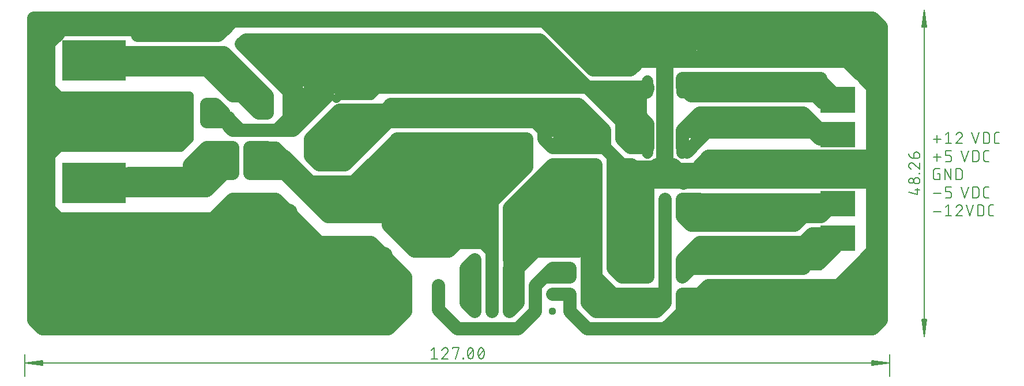
<source format=gbr>
G04 EAGLE Gerber RS-274X export*
G75*
%MOMM*%
%FSLAX34Y34*%
%LPD*%
%INTop Copper*%
%IPPOS*%
%AMOC8*
5,1,8,0,0,1.08239X$1,22.5*%
G01*
%ADD10R,5.080000X3.810000*%
%ADD11R,5.080000X2.540000*%
%ADD12R,16.510000X3.810000*%
%ADD13C,0.130000*%
%ADD14C,0.152400*%
%ADD15C,0.130000*%
%ADD16C,1.524000*%
%ADD17P,1.649562X8X112.500000*%
%ADD18P,1.319650X8X292.500000*%
%ADD19C,1.219200*%
%ADD20P,1.732040X8X292.500000*%
%ADD21P,1.732040X8X112.500000*%
%ADD22C,1.676400*%
%ADD23P,1.429621X8X22.500000*%
%ADD24R,9.400000X5.900000*%
%ADD25C,2.400000*%
%ADD26C,1.117600*%
%ADD27C,1.778000*%
%ADD28C,1.905000*%
%ADD29C,1.270000*%
%ADD30C,0.609600*%
%ADD31C,2.540000*%
%ADD32C,0.635000*%


D10*
X1155700Y222250D03*
X1155700Y171450D03*
X1155700Y323850D03*
D11*
X1155700Y381000D03*
D10*
X1155700Y374650D03*
D12*
X1035050Y336550D03*
D13*
X-38100Y0D02*
X-38100Y-32200D01*
X1231900Y-32200D02*
X1231900Y0D01*
X1231250Y-12700D02*
X-37450Y-12700D01*
X-12100Y-9508D01*
X-12100Y-15892D01*
X-37450Y-12700D01*
X-12100Y-11400D01*
X-12100Y-14000D02*
X-37450Y-12700D01*
X-12100Y-10100D01*
X-12100Y-15300D02*
X-37450Y-12700D01*
X1205900Y-9508D02*
X1231250Y-12700D01*
X1205900Y-9508D02*
X1205900Y-15892D01*
X1231250Y-12700D01*
X1205900Y-11400D01*
X1205900Y-14000D02*
X1231250Y-12700D01*
X1205900Y-10100D01*
X1205900Y-15300D02*
X1231250Y-12700D01*
D14*
X563261Y10063D02*
X558745Y6451D01*
X563261Y10063D02*
X563261Y-6193D01*
X567776Y-6193D02*
X558745Y-6193D01*
X579344Y10063D02*
X579469Y10061D01*
X579594Y10055D01*
X579719Y10046D01*
X579843Y10032D01*
X579967Y10015D01*
X580091Y9994D01*
X580213Y9969D01*
X580335Y9940D01*
X580456Y9908D01*
X580576Y9872D01*
X580695Y9832D01*
X580812Y9789D01*
X580928Y9742D01*
X581043Y9691D01*
X581155Y9637D01*
X581267Y9579D01*
X581376Y9519D01*
X581483Y9454D01*
X581589Y9387D01*
X581692Y9316D01*
X581793Y9242D01*
X581892Y9165D01*
X581988Y9085D01*
X582082Y9002D01*
X582173Y8917D01*
X582262Y8828D01*
X582347Y8737D01*
X582430Y8643D01*
X582510Y8547D01*
X582587Y8448D01*
X582661Y8347D01*
X582732Y8244D01*
X582799Y8138D01*
X582864Y8031D01*
X582924Y7922D01*
X582982Y7810D01*
X583036Y7698D01*
X583087Y7583D01*
X583134Y7467D01*
X583177Y7350D01*
X583217Y7231D01*
X583253Y7111D01*
X583285Y6990D01*
X583314Y6868D01*
X583339Y6746D01*
X583360Y6622D01*
X583377Y6498D01*
X583391Y6374D01*
X583400Y6249D01*
X583406Y6124D01*
X583408Y5999D01*
X579344Y10063D02*
X579201Y10061D01*
X579059Y10055D01*
X578916Y10045D01*
X578774Y10032D01*
X578633Y10014D01*
X578491Y9993D01*
X578351Y9968D01*
X578211Y9939D01*
X578072Y9906D01*
X577934Y9869D01*
X577797Y9829D01*
X577662Y9785D01*
X577527Y9737D01*
X577394Y9685D01*
X577262Y9630D01*
X577132Y9571D01*
X577004Y9509D01*
X576877Y9443D01*
X576752Y9374D01*
X576629Y9302D01*
X576509Y9226D01*
X576390Y9147D01*
X576273Y9064D01*
X576159Y8979D01*
X576047Y8890D01*
X575938Y8799D01*
X575831Y8704D01*
X575726Y8607D01*
X575625Y8506D01*
X575526Y8403D01*
X575430Y8298D01*
X575337Y8189D01*
X575247Y8078D01*
X575160Y7965D01*
X575076Y7850D01*
X574996Y7732D01*
X574918Y7612D01*
X574844Y7490D01*
X574774Y7366D01*
X574706Y7240D01*
X574643Y7112D01*
X574582Y6983D01*
X574525Y6852D01*
X574472Y6720D01*
X574423Y6586D01*
X574377Y6451D01*
X582052Y2838D02*
X582146Y2930D01*
X582236Y3024D01*
X582324Y3121D01*
X582409Y3221D01*
X582491Y3323D01*
X582570Y3428D01*
X582645Y3535D01*
X582717Y3644D01*
X582786Y3755D01*
X582852Y3869D01*
X582914Y3984D01*
X582973Y4101D01*
X583028Y4220D01*
X583079Y4340D01*
X583127Y4462D01*
X583172Y4585D01*
X583212Y4709D01*
X583249Y4835D01*
X583282Y4962D01*
X583311Y5089D01*
X583337Y5218D01*
X583358Y5347D01*
X583376Y5477D01*
X583389Y5607D01*
X583399Y5737D01*
X583405Y5868D01*
X583407Y5999D01*
X582053Y2838D02*
X574376Y-6193D01*
X583408Y-6193D01*
X590008Y8257D02*
X590008Y10063D01*
X599039Y10063D01*
X594523Y-6193D01*
X605013Y-6193D02*
X605013Y-5290D01*
X605917Y-5290D01*
X605917Y-6193D01*
X605013Y-6193D01*
X611891Y1935D02*
X611895Y2255D01*
X611906Y2574D01*
X611925Y2894D01*
X611952Y3212D01*
X611986Y3530D01*
X612028Y3847D01*
X612078Y4163D01*
X612135Y4478D01*
X612199Y4791D01*
X612271Y5103D01*
X612350Y5413D01*
X612437Y5720D01*
X612531Y6026D01*
X612632Y6329D01*
X612741Y6630D01*
X612856Y6928D01*
X612979Y7224D01*
X613109Y7516D01*
X613246Y7805D01*
X613246Y7806D02*
X613285Y7914D01*
X613328Y8021D01*
X613374Y8126D01*
X613425Y8230D01*
X613478Y8332D01*
X613535Y8432D01*
X613596Y8530D01*
X613660Y8625D01*
X613727Y8719D01*
X613798Y8810D01*
X613871Y8899D01*
X613948Y8985D01*
X614027Y9068D01*
X614109Y9149D01*
X614194Y9227D01*
X614282Y9301D01*
X614372Y9373D01*
X614464Y9441D01*
X614559Y9507D01*
X614656Y9569D01*
X614755Y9627D01*
X614857Y9683D01*
X614959Y9734D01*
X615064Y9782D01*
X615170Y9827D01*
X615278Y9868D01*
X615387Y9905D01*
X615497Y9938D01*
X615609Y9967D01*
X615721Y9993D01*
X615834Y10015D01*
X615948Y10032D01*
X616062Y10046D01*
X616177Y10056D01*
X616292Y10062D01*
X616407Y10064D01*
X616407Y10063D02*
X616522Y10061D01*
X616637Y10055D01*
X616752Y10045D01*
X616866Y10031D01*
X616980Y10014D01*
X617093Y9992D01*
X617205Y9966D01*
X617317Y9937D01*
X617427Y9904D01*
X617536Y9867D01*
X617644Y9826D01*
X617750Y9781D01*
X617855Y9733D01*
X617957Y9682D01*
X618058Y9626D01*
X618158Y9568D01*
X618255Y9506D01*
X618349Y9441D01*
X618442Y9372D01*
X618532Y9300D01*
X618620Y9226D01*
X618705Y9148D01*
X618787Y9067D01*
X618866Y8984D01*
X618943Y8898D01*
X619016Y8809D01*
X619087Y8718D01*
X619154Y8624D01*
X619218Y8529D01*
X619279Y8431D01*
X619336Y8331D01*
X619389Y8229D01*
X619440Y8125D01*
X619486Y8020D01*
X619529Y7913D01*
X619568Y7805D01*
X619567Y7805D02*
X619704Y7516D01*
X619834Y7224D01*
X619957Y6928D01*
X620072Y6630D01*
X620181Y6329D01*
X620282Y6026D01*
X620376Y5720D01*
X620463Y5413D01*
X620542Y5103D01*
X620614Y4791D01*
X620678Y4478D01*
X620735Y4163D01*
X620785Y3847D01*
X620827Y3530D01*
X620861Y3212D01*
X620888Y2894D01*
X620907Y2574D01*
X620918Y2255D01*
X620922Y1935D01*
X611892Y1935D02*
X611896Y1615D01*
X611907Y1296D01*
X611926Y976D01*
X611953Y658D01*
X611987Y340D01*
X612029Y23D01*
X612079Y-293D01*
X612136Y-608D01*
X612200Y-921D01*
X612272Y-1233D01*
X612351Y-1543D01*
X612438Y-1850D01*
X612532Y-2156D01*
X612633Y-2459D01*
X612742Y-2760D01*
X612857Y-3058D01*
X612980Y-3354D01*
X613110Y-3646D01*
X613247Y-3935D01*
X613246Y-3936D02*
X613285Y-4044D01*
X613328Y-4151D01*
X613374Y-4256D01*
X613425Y-4360D01*
X613478Y-4462D01*
X613535Y-4562D01*
X613596Y-4660D01*
X613660Y-4755D01*
X613727Y-4849D01*
X613798Y-4940D01*
X613871Y-5029D01*
X613948Y-5115D01*
X614027Y-5198D01*
X614109Y-5279D01*
X614194Y-5357D01*
X614282Y-5431D01*
X614372Y-5503D01*
X614465Y-5572D01*
X614559Y-5637D01*
X614656Y-5699D01*
X614756Y-5757D01*
X614857Y-5813D01*
X614959Y-5864D01*
X615064Y-5912D01*
X615170Y-5957D01*
X615278Y-5998D01*
X615387Y-6035D01*
X615497Y-6068D01*
X615609Y-6097D01*
X615721Y-6123D01*
X615834Y-6145D01*
X615948Y-6162D01*
X616062Y-6176D01*
X616177Y-6186D01*
X616292Y-6192D01*
X616407Y-6194D01*
X619567Y-3935D02*
X619704Y-3646D01*
X619834Y-3354D01*
X619957Y-3058D01*
X620072Y-2760D01*
X620181Y-2459D01*
X620282Y-2156D01*
X620376Y-1850D01*
X620463Y-1543D01*
X620542Y-1233D01*
X620614Y-921D01*
X620678Y-608D01*
X620735Y-293D01*
X620785Y23D01*
X620827Y340D01*
X620861Y658D01*
X620888Y976D01*
X620907Y1296D01*
X620918Y1615D01*
X620922Y1935D01*
X619568Y-3935D02*
X619529Y-4043D01*
X619486Y-4150D01*
X619440Y-4255D01*
X619389Y-4359D01*
X619336Y-4461D01*
X619279Y-4561D01*
X619218Y-4659D01*
X619154Y-4754D01*
X619087Y-4848D01*
X619016Y-4939D01*
X618943Y-5028D01*
X618866Y-5114D01*
X618787Y-5197D01*
X618705Y-5278D01*
X618620Y-5356D01*
X618532Y-5430D01*
X618442Y-5502D01*
X618349Y-5571D01*
X618255Y-5636D01*
X618158Y-5698D01*
X618058Y-5756D01*
X617957Y-5812D01*
X617854Y-5863D01*
X617750Y-5911D01*
X617644Y-5956D01*
X617536Y-5997D01*
X617427Y-6034D01*
X617317Y-6067D01*
X617205Y-6096D01*
X617093Y-6122D01*
X616980Y-6144D01*
X616866Y-6161D01*
X616752Y-6175D01*
X616637Y-6185D01*
X616522Y-6191D01*
X616407Y-6193D01*
X612794Y-2581D02*
X620019Y6451D01*
X627523Y1935D02*
X627527Y2255D01*
X627538Y2574D01*
X627557Y2894D01*
X627584Y3212D01*
X627618Y3530D01*
X627660Y3847D01*
X627710Y4163D01*
X627767Y4478D01*
X627831Y4791D01*
X627903Y5103D01*
X627982Y5413D01*
X628069Y5720D01*
X628163Y6026D01*
X628264Y6329D01*
X628373Y6630D01*
X628488Y6928D01*
X628611Y7224D01*
X628741Y7516D01*
X628878Y7805D01*
X628877Y7806D02*
X628916Y7914D01*
X628959Y8021D01*
X629005Y8126D01*
X629056Y8230D01*
X629109Y8332D01*
X629166Y8432D01*
X629227Y8530D01*
X629291Y8625D01*
X629358Y8719D01*
X629429Y8810D01*
X629502Y8899D01*
X629579Y8985D01*
X629658Y9068D01*
X629740Y9149D01*
X629825Y9227D01*
X629913Y9301D01*
X630003Y9373D01*
X630095Y9441D01*
X630190Y9507D01*
X630287Y9569D01*
X630386Y9627D01*
X630488Y9683D01*
X630590Y9734D01*
X630695Y9782D01*
X630801Y9827D01*
X630909Y9868D01*
X631018Y9905D01*
X631128Y9938D01*
X631240Y9967D01*
X631352Y9993D01*
X631465Y10015D01*
X631579Y10032D01*
X631693Y10046D01*
X631808Y10056D01*
X631923Y10062D01*
X632038Y10064D01*
X632038Y10063D02*
X632153Y10061D01*
X632268Y10055D01*
X632383Y10045D01*
X632497Y10031D01*
X632611Y10014D01*
X632724Y9992D01*
X632836Y9966D01*
X632948Y9937D01*
X633058Y9904D01*
X633167Y9867D01*
X633275Y9826D01*
X633381Y9781D01*
X633486Y9733D01*
X633588Y9682D01*
X633689Y9626D01*
X633789Y9568D01*
X633886Y9506D01*
X633980Y9441D01*
X634073Y9372D01*
X634163Y9300D01*
X634251Y9226D01*
X634336Y9148D01*
X634418Y9067D01*
X634497Y8984D01*
X634574Y8898D01*
X634647Y8809D01*
X634718Y8718D01*
X634785Y8624D01*
X634849Y8529D01*
X634910Y8431D01*
X634967Y8331D01*
X635020Y8229D01*
X635071Y8125D01*
X635117Y8020D01*
X635160Y7913D01*
X635199Y7805D01*
X635198Y7805D02*
X635335Y7516D01*
X635465Y7224D01*
X635588Y6928D01*
X635703Y6630D01*
X635812Y6329D01*
X635913Y6026D01*
X636007Y5720D01*
X636094Y5413D01*
X636173Y5103D01*
X636245Y4791D01*
X636309Y4478D01*
X636366Y4163D01*
X636416Y3847D01*
X636458Y3530D01*
X636492Y3212D01*
X636519Y2894D01*
X636538Y2574D01*
X636549Y2255D01*
X636553Y1935D01*
X627523Y1935D02*
X627527Y1615D01*
X627538Y1296D01*
X627557Y976D01*
X627584Y658D01*
X627618Y340D01*
X627660Y23D01*
X627710Y-293D01*
X627767Y-608D01*
X627831Y-921D01*
X627903Y-1233D01*
X627982Y-1543D01*
X628069Y-1850D01*
X628163Y-2156D01*
X628264Y-2459D01*
X628373Y-2760D01*
X628488Y-3058D01*
X628611Y-3354D01*
X628741Y-3646D01*
X628878Y-3935D01*
X628877Y-3936D02*
X628916Y-4044D01*
X628959Y-4151D01*
X629005Y-4256D01*
X629056Y-4360D01*
X629109Y-4462D01*
X629166Y-4562D01*
X629227Y-4660D01*
X629291Y-4755D01*
X629358Y-4849D01*
X629429Y-4940D01*
X629502Y-5029D01*
X629579Y-5115D01*
X629658Y-5198D01*
X629740Y-5279D01*
X629825Y-5357D01*
X629913Y-5431D01*
X630003Y-5503D01*
X630096Y-5572D01*
X630190Y-5637D01*
X630287Y-5699D01*
X630387Y-5757D01*
X630488Y-5813D01*
X630590Y-5864D01*
X630695Y-5912D01*
X630801Y-5957D01*
X630909Y-5998D01*
X631018Y-6035D01*
X631128Y-6068D01*
X631240Y-6097D01*
X631352Y-6123D01*
X631465Y-6145D01*
X631579Y-6162D01*
X631693Y-6176D01*
X631808Y-6186D01*
X631923Y-6192D01*
X632038Y-6194D01*
X635198Y-3935D02*
X635335Y-3646D01*
X635465Y-3354D01*
X635588Y-3058D01*
X635703Y-2760D01*
X635812Y-2459D01*
X635913Y-2156D01*
X636007Y-1850D01*
X636094Y-1543D01*
X636173Y-1233D01*
X636245Y-921D01*
X636309Y-608D01*
X636366Y-293D01*
X636416Y23D01*
X636458Y340D01*
X636492Y658D01*
X636519Y976D01*
X636538Y1296D01*
X636549Y1615D01*
X636553Y1935D01*
X635199Y-3935D02*
X635160Y-4043D01*
X635117Y-4150D01*
X635071Y-4255D01*
X635020Y-4359D01*
X634967Y-4461D01*
X634910Y-4561D01*
X634849Y-4659D01*
X634785Y-4754D01*
X634718Y-4848D01*
X634647Y-4939D01*
X634574Y-5028D01*
X634497Y-5114D01*
X634418Y-5197D01*
X634336Y-5278D01*
X634251Y-5356D01*
X634163Y-5430D01*
X634073Y-5502D01*
X633980Y-5571D01*
X633886Y-5636D01*
X633789Y-5698D01*
X633689Y-5756D01*
X633588Y-5812D01*
X633485Y-5863D01*
X633381Y-5911D01*
X633275Y-5956D01*
X633167Y-5997D01*
X633058Y-6034D01*
X632948Y-6067D01*
X632836Y-6096D01*
X632724Y-6122D01*
X632611Y-6144D01*
X632497Y-6161D01*
X632383Y-6175D01*
X632268Y-6185D01*
X632153Y-6191D01*
X632038Y-6193D01*
X628426Y-2581D02*
X635651Y6451D01*
D15*
X1282700Y25400D03*
X1282700Y508000D03*
D13*
X1282700Y507350D02*
X1282700Y26050D01*
X1279508Y51400D01*
X1285892Y51400D01*
X1282700Y26050D01*
X1281400Y51400D01*
X1284000Y51400D02*
X1282700Y26050D01*
X1280100Y51400D01*
X1285300Y51400D02*
X1282700Y26050D01*
X1279508Y482000D02*
X1282700Y507350D01*
X1279508Y482000D02*
X1285892Y482000D01*
X1282700Y507350D01*
X1281400Y482000D01*
X1284000Y482000D02*
X1282700Y507350D01*
X1280100Y482000D01*
X1285300Y482000D02*
X1282700Y507350D01*
D14*
X1259937Y239254D02*
X1272581Y235641D01*
X1272581Y244672D01*
X1268968Y241963D02*
X1276193Y241963D01*
X1271677Y251272D02*
X1271544Y251274D01*
X1271412Y251280D01*
X1271280Y251290D01*
X1271148Y251303D01*
X1271016Y251321D01*
X1270886Y251342D01*
X1270755Y251367D01*
X1270626Y251396D01*
X1270498Y251429D01*
X1270370Y251465D01*
X1270244Y251505D01*
X1270119Y251549D01*
X1269995Y251597D01*
X1269873Y251648D01*
X1269752Y251703D01*
X1269633Y251761D01*
X1269515Y251823D01*
X1269400Y251888D01*
X1269286Y251957D01*
X1269175Y252028D01*
X1269066Y252104D01*
X1268959Y252182D01*
X1268854Y252263D01*
X1268752Y252348D01*
X1268652Y252435D01*
X1268555Y252525D01*
X1268460Y252618D01*
X1268369Y252714D01*
X1268280Y252812D01*
X1268194Y252913D01*
X1268111Y253017D01*
X1268031Y253123D01*
X1267955Y253231D01*
X1267881Y253341D01*
X1267811Y253454D01*
X1267744Y253568D01*
X1267681Y253685D01*
X1267621Y253803D01*
X1267564Y253923D01*
X1267511Y254045D01*
X1267462Y254168D01*
X1267416Y254292D01*
X1267374Y254418D01*
X1267336Y254545D01*
X1267301Y254673D01*
X1267270Y254802D01*
X1267243Y254931D01*
X1267220Y255062D01*
X1267200Y255193D01*
X1267185Y255325D01*
X1267173Y255457D01*
X1267165Y255589D01*
X1267161Y255722D01*
X1267161Y255854D01*
X1267165Y255987D01*
X1267173Y256119D01*
X1267185Y256251D01*
X1267200Y256383D01*
X1267220Y256514D01*
X1267243Y256645D01*
X1267270Y256774D01*
X1267301Y256903D01*
X1267336Y257031D01*
X1267374Y257158D01*
X1267416Y257284D01*
X1267462Y257408D01*
X1267511Y257531D01*
X1267564Y257653D01*
X1267621Y257773D01*
X1267681Y257891D01*
X1267744Y258008D01*
X1267811Y258122D01*
X1267881Y258235D01*
X1267955Y258345D01*
X1268031Y258453D01*
X1268111Y258559D01*
X1268194Y258663D01*
X1268280Y258764D01*
X1268369Y258862D01*
X1268460Y258958D01*
X1268555Y259051D01*
X1268652Y259141D01*
X1268752Y259228D01*
X1268854Y259313D01*
X1268959Y259394D01*
X1269066Y259472D01*
X1269175Y259548D01*
X1269286Y259619D01*
X1269400Y259688D01*
X1269515Y259753D01*
X1269633Y259815D01*
X1269752Y259873D01*
X1269873Y259928D01*
X1269995Y259979D01*
X1270119Y260027D01*
X1270244Y260071D01*
X1270370Y260111D01*
X1270498Y260147D01*
X1270626Y260180D01*
X1270755Y260209D01*
X1270886Y260234D01*
X1271016Y260255D01*
X1271148Y260273D01*
X1271280Y260286D01*
X1271412Y260296D01*
X1271544Y260302D01*
X1271677Y260304D01*
X1271810Y260302D01*
X1271942Y260296D01*
X1272074Y260286D01*
X1272206Y260273D01*
X1272338Y260255D01*
X1272468Y260234D01*
X1272599Y260209D01*
X1272728Y260180D01*
X1272856Y260147D01*
X1272984Y260111D01*
X1273110Y260071D01*
X1273235Y260027D01*
X1273359Y259979D01*
X1273481Y259928D01*
X1273602Y259873D01*
X1273721Y259815D01*
X1273839Y259753D01*
X1273954Y259688D01*
X1274068Y259619D01*
X1274179Y259548D01*
X1274288Y259472D01*
X1274395Y259394D01*
X1274500Y259313D01*
X1274602Y259228D01*
X1274702Y259141D01*
X1274799Y259051D01*
X1274894Y258958D01*
X1274985Y258862D01*
X1275074Y258764D01*
X1275160Y258663D01*
X1275243Y258559D01*
X1275323Y258453D01*
X1275399Y258345D01*
X1275473Y258235D01*
X1275543Y258122D01*
X1275610Y258008D01*
X1275673Y257891D01*
X1275733Y257773D01*
X1275790Y257653D01*
X1275843Y257531D01*
X1275892Y257408D01*
X1275938Y257284D01*
X1275980Y257158D01*
X1276018Y257031D01*
X1276053Y256903D01*
X1276084Y256774D01*
X1276111Y256645D01*
X1276134Y256514D01*
X1276154Y256383D01*
X1276169Y256251D01*
X1276181Y256119D01*
X1276189Y255987D01*
X1276193Y255854D01*
X1276193Y255722D01*
X1276189Y255589D01*
X1276181Y255457D01*
X1276169Y255325D01*
X1276154Y255193D01*
X1276134Y255062D01*
X1276111Y254931D01*
X1276084Y254802D01*
X1276053Y254673D01*
X1276018Y254545D01*
X1275980Y254418D01*
X1275938Y254292D01*
X1275892Y254168D01*
X1275843Y254045D01*
X1275790Y253923D01*
X1275733Y253803D01*
X1275673Y253685D01*
X1275610Y253568D01*
X1275543Y253454D01*
X1275473Y253341D01*
X1275399Y253231D01*
X1275323Y253123D01*
X1275243Y253017D01*
X1275160Y252913D01*
X1275074Y252812D01*
X1274985Y252714D01*
X1274894Y252618D01*
X1274799Y252525D01*
X1274702Y252435D01*
X1274602Y252348D01*
X1274500Y252263D01*
X1274395Y252182D01*
X1274288Y252104D01*
X1274179Y252028D01*
X1274068Y251957D01*
X1273954Y251888D01*
X1273839Y251823D01*
X1273721Y251761D01*
X1273602Y251703D01*
X1273481Y251648D01*
X1273359Y251597D01*
X1273235Y251549D01*
X1273110Y251505D01*
X1272984Y251465D01*
X1272856Y251429D01*
X1272728Y251396D01*
X1272599Y251367D01*
X1272468Y251342D01*
X1272338Y251321D01*
X1272206Y251303D01*
X1272074Y251290D01*
X1271942Y251280D01*
X1271810Y251274D01*
X1271677Y251272D01*
X1263549Y252176D02*
X1263430Y252178D01*
X1263310Y252184D01*
X1263191Y252194D01*
X1263073Y252208D01*
X1262954Y252225D01*
X1262837Y252247D01*
X1262720Y252272D01*
X1262605Y252302D01*
X1262490Y252335D01*
X1262376Y252372D01*
X1262264Y252412D01*
X1262153Y252457D01*
X1262044Y252505D01*
X1261936Y252556D01*
X1261830Y252611D01*
X1261726Y252670D01*
X1261624Y252732D01*
X1261524Y252797D01*
X1261426Y252866D01*
X1261330Y252938D01*
X1261237Y253013D01*
X1261147Y253090D01*
X1261059Y253171D01*
X1260974Y253255D01*
X1260892Y253342D01*
X1260812Y253431D01*
X1260736Y253523D01*
X1260662Y253617D01*
X1260592Y253714D01*
X1260525Y253812D01*
X1260461Y253913D01*
X1260401Y254017D01*
X1260344Y254122D01*
X1260291Y254229D01*
X1260241Y254337D01*
X1260195Y254447D01*
X1260153Y254559D01*
X1260114Y254672D01*
X1260079Y254786D01*
X1260048Y254901D01*
X1260020Y255018D01*
X1259997Y255135D01*
X1259977Y255252D01*
X1259961Y255371D01*
X1259949Y255490D01*
X1259941Y255609D01*
X1259937Y255728D01*
X1259937Y255848D01*
X1259941Y255967D01*
X1259949Y256086D01*
X1259961Y256205D01*
X1259977Y256324D01*
X1259997Y256441D01*
X1260020Y256558D01*
X1260048Y256675D01*
X1260079Y256790D01*
X1260114Y256904D01*
X1260153Y257017D01*
X1260195Y257129D01*
X1260241Y257239D01*
X1260291Y257347D01*
X1260344Y257454D01*
X1260401Y257559D01*
X1260461Y257663D01*
X1260525Y257764D01*
X1260592Y257862D01*
X1260662Y257959D01*
X1260736Y258053D01*
X1260812Y258145D01*
X1260892Y258234D01*
X1260974Y258321D01*
X1261059Y258405D01*
X1261147Y258486D01*
X1261237Y258563D01*
X1261330Y258638D01*
X1261426Y258710D01*
X1261524Y258779D01*
X1261624Y258844D01*
X1261726Y258906D01*
X1261830Y258965D01*
X1261936Y259020D01*
X1262044Y259071D01*
X1262153Y259119D01*
X1262264Y259164D01*
X1262376Y259204D01*
X1262490Y259241D01*
X1262605Y259274D01*
X1262720Y259304D01*
X1262837Y259329D01*
X1262954Y259351D01*
X1263073Y259368D01*
X1263191Y259382D01*
X1263310Y259392D01*
X1263430Y259398D01*
X1263549Y259400D01*
X1263668Y259398D01*
X1263788Y259392D01*
X1263907Y259382D01*
X1264025Y259368D01*
X1264144Y259351D01*
X1264261Y259329D01*
X1264378Y259304D01*
X1264493Y259274D01*
X1264608Y259241D01*
X1264722Y259204D01*
X1264834Y259164D01*
X1264945Y259119D01*
X1265054Y259071D01*
X1265162Y259020D01*
X1265268Y258965D01*
X1265372Y258906D01*
X1265474Y258844D01*
X1265574Y258779D01*
X1265672Y258710D01*
X1265768Y258638D01*
X1265861Y258563D01*
X1265951Y258486D01*
X1266039Y258405D01*
X1266124Y258321D01*
X1266206Y258234D01*
X1266286Y258145D01*
X1266362Y258053D01*
X1266436Y257959D01*
X1266506Y257862D01*
X1266573Y257764D01*
X1266637Y257663D01*
X1266697Y257559D01*
X1266754Y257454D01*
X1266807Y257347D01*
X1266857Y257239D01*
X1266903Y257129D01*
X1266945Y257017D01*
X1266984Y256904D01*
X1267019Y256790D01*
X1267050Y256675D01*
X1267078Y256558D01*
X1267101Y256441D01*
X1267121Y256324D01*
X1267137Y256205D01*
X1267149Y256086D01*
X1267157Y255967D01*
X1267161Y255848D01*
X1267161Y255728D01*
X1267157Y255609D01*
X1267149Y255490D01*
X1267137Y255371D01*
X1267121Y255252D01*
X1267101Y255135D01*
X1267078Y255018D01*
X1267050Y254901D01*
X1267019Y254786D01*
X1266984Y254672D01*
X1266945Y254559D01*
X1266903Y254447D01*
X1266857Y254337D01*
X1266807Y254229D01*
X1266754Y254122D01*
X1266697Y254017D01*
X1266637Y253913D01*
X1266573Y253812D01*
X1266506Y253714D01*
X1266436Y253617D01*
X1266362Y253523D01*
X1266286Y253431D01*
X1266206Y253342D01*
X1266124Y253255D01*
X1266039Y253171D01*
X1265951Y253090D01*
X1265861Y253013D01*
X1265768Y252938D01*
X1265672Y252866D01*
X1265574Y252797D01*
X1265474Y252732D01*
X1265372Y252670D01*
X1265268Y252611D01*
X1265162Y252556D01*
X1265054Y252505D01*
X1264945Y252457D01*
X1264834Y252412D01*
X1264722Y252372D01*
X1264608Y252335D01*
X1264493Y252302D01*
X1264378Y252272D01*
X1264261Y252247D01*
X1264144Y252225D01*
X1264025Y252208D01*
X1263907Y252194D01*
X1263788Y252184D01*
X1263668Y252178D01*
X1263549Y252176D01*
X1275290Y266278D02*
X1276193Y266278D01*
X1275290Y266278D02*
X1275290Y267181D01*
X1276193Y267181D01*
X1276193Y266278D01*
X1264001Y282187D02*
X1263876Y282185D01*
X1263751Y282179D01*
X1263626Y282170D01*
X1263502Y282156D01*
X1263378Y282139D01*
X1263254Y282118D01*
X1263132Y282093D01*
X1263010Y282064D01*
X1262889Y282032D01*
X1262769Y281996D01*
X1262650Y281956D01*
X1262533Y281913D01*
X1262417Y281866D01*
X1262302Y281815D01*
X1262190Y281761D01*
X1262078Y281703D01*
X1261969Y281643D01*
X1261862Y281578D01*
X1261756Y281511D01*
X1261653Y281440D01*
X1261552Y281366D01*
X1261453Y281289D01*
X1261357Y281209D01*
X1261263Y281126D01*
X1261172Y281041D01*
X1261083Y280952D01*
X1260998Y280861D01*
X1260915Y280767D01*
X1260835Y280671D01*
X1260758Y280572D01*
X1260684Y280471D01*
X1260613Y280368D01*
X1260546Y280262D01*
X1260481Y280155D01*
X1260421Y280046D01*
X1260363Y279934D01*
X1260309Y279822D01*
X1260258Y279707D01*
X1260211Y279591D01*
X1260168Y279474D01*
X1260128Y279355D01*
X1260092Y279235D01*
X1260060Y279114D01*
X1260031Y278992D01*
X1260006Y278870D01*
X1259985Y278746D01*
X1259968Y278622D01*
X1259954Y278498D01*
X1259945Y278373D01*
X1259939Y278248D01*
X1259937Y278123D01*
X1259939Y277980D01*
X1259945Y277838D01*
X1259955Y277695D01*
X1259968Y277553D01*
X1259986Y277412D01*
X1260007Y277270D01*
X1260032Y277130D01*
X1260061Y276990D01*
X1260094Y276851D01*
X1260131Y276713D01*
X1260171Y276576D01*
X1260215Y276441D01*
X1260263Y276306D01*
X1260315Y276173D01*
X1260370Y276041D01*
X1260429Y275911D01*
X1260491Y275783D01*
X1260557Y275656D01*
X1260626Y275531D01*
X1260698Y275408D01*
X1260774Y275287D01*
X1260853Y275169D01*
X1260936Y275052D01*
X1261021Y274938D01*
X1261110Y274826D01*
X1261201Y274717D01*
X1261296Y274610D01*
X1261393Y274505D01*
X1261494Y274404D01*
X1261597Y274305D01*
X1261702Y274209D01*
X1261811Y274116D01*
X1261922Y274026D01*
X1262035Y273939D01*
X1262150Y273855D01*
X1262268Y273775D01*
X1262388Y273697D01*
X1262510Y273623D01*
X1262634Y273553D01*
X1262760Y273485D01*
X1262888Y273422D01*
X1263017Y273361D01*
X1263148Y273304D01*
X1263280Y273251D01*
X1263414Y273202D01*
X1263549Y273156D01*
X1267162Y280832D02*
X1267070Y280926D01*
X1266976Y281016D01*
X1266879Y281104D01*
X1266779Y281189D01*
X1266677Y281271D01*
X1266572Y281349D01*
X1266465Y281425D01*
X1266356Y281497D01*
X1266245Y281566D01*
X1266131Y281632D01*
X1266016Y281694D01*
X1265899Y281753D01*
X1265780Y281808D01*
X1265660Y281859D01*
X1265538Y281907D01*
X1265415Y281952D01*
X1265291Y281992D01*
X1265165Y282029D01*
X1265038Y282062D01*
X1264911Y282091D01*
X1264782Y282117D01*
X1264653Y282138D01*
X1264523Y282156D01*
X1264393Y282169D01*
X1264263Y282179D01*
X1264132Y282185D01*
X1264001Y282187D01*
X1267162Y280833D02*
X1276193Y273156D01*
X1276193Y282187D01*
X1267162Y288787D02*
X1267162Y294206D01*
X1267164Y294324D01*
X1267170Y294442D01*
X1267179Y294560D01*
X1267193Y294677D01*
X1267210Y294794D01*
X1267231Y294911D01*
X1267256Y295026D01*
X1267285Y295141D01*
X1267318Y295255D01*
X1267354Y295367D01*
X1267394Y295478D01*
X1267437Y295588D01*
X1267484Y295697D01*
X1267534Y295804D01*
X1267589Y295909D01*
X1267646Y296012D01*
X1267707Y296113D01*
X1267771Y296213D01*
X1267838Y296310D01*
X1267908Y296405D01*
X1267982Y296497D01*
X1268058Y296588D01*
X1268138Y296675D01*
X1268220Y296760D01*
X1268305Y296842D01*
X1268392Y296922D01*
X1268483Y296998D01*
X1268575Y297072D01*
X1268670Y297142D01*
X1268767Y297209D01*
X1268867Y297273D01*
X1268968Y297334D01*
X1269071Y297391D01*
X1269176Y297446D01*
X1269283Y297496D01*
X1269392Y297543D01*
X1269502Y297586D01*
X1269613Y297626D01*
X1269725Y297662D01*
X1269839Y297695D01*
X1269954Y297724D01*
X1270069Y297749D01*
X1270186Y297770D01*
X1270303Y297787D01*
X1270420Y297801D01*
X1270538Y297810D01*
X1270656Y297816D01*
X1270774Y297818D01*
X1270774Y297819D02*
X1271677Y297819D01*
X1271810Y297817D01*
X1271942Y297811D01*
X1272074Y297801D01*
X1272206Y297788D01*
X1272338Y297770D01*
X1272468Y297749D01*
X1272599Y297724D01*
X1272728Y297695D01*
X1272856Y297662D01*
X1272984Y297626D01*
X1273110Y297586D01*
X1273235Y297542D01*
X1273359Y297494D01*
X1273481Y297443D01*
X1273602Y297388D01*
X1273721Y297330D01*
X1273839Y297268D01*
X1273954Y297203D01*
X1274068Y297134D01*
X1274179Y297063D01*
X1274288Y296987D01*
X1274395Y296909D01*
X1274500Y296828D01*
X1274602Y296743D01*
X1274702Y296656D01*
X1274799Y296566D01*
X1274894Y296473D01*
X1274985Y296377D01*
X1275074Y296279D01*
X1275160Y296178D01*
X1275243Y296074D01*
X1275323Y295968D01*
X1275399Y295860D01*
X1275473Y295750D01*
X1275543Y295637D01*
X1275610Y295523D01*
X1275673Y295406D01*
X1275733Y295288D01*
X1275790Y295168D01*
X1275843Y295046D01*
X1275892Y294923D01*
X1275938Y294799D01*
X1275980Y294673D01*
X1276018Y294546D01*
X1276053Y294418D01*
X1276084Y294289D01*
X1276111Y294160D01*
X1276134Y294029D01*
X1276154Y293898D01*
X1276169Y293766D01*
X1276181Y293634D01*
X1276189Y293502D01*
X1276193Y293369D01*
X1276193Y293237D01*
X1276189Y293104D01*
X1276181Y292972D01*
X1276169Y292840D01*
X1276154Y292708D01*
X1276134Y292577D01*
X1276111Y292446D01*
X1276084Y292317D01*
X1276053Y292188D01*
X1276018Y292060D01*
X1275980Y291933D01*
X1275938Y291807D01*
X1275892Y291683D01*
X1275843Y291560D01*
X1275790Y291438D01*
X1275733Y291318D01*
X1275673Y291200D01*
X1275610Y291083D01*
X1275543Y290969D01*
X1275473Y290856D01*
X1275399Y290746D01*
X1275323Y290638D01*
X1275243Y290532D01*
X1275160Y290428D01*
X1275074Y290327D01*
X1274985Y290229D01*
X1274894Y290133D01*
X1274799Y290040D01*
X1274702Y289950D01*
X1274602Y289863D01*
X1274500Y289778D01*
X1274395Y289697D01*
X1274288Y289619D01*
X1274179Y289543D01*
X1274068Y289472D01*
X1273954Y289403D01*
X1273839Y289338D01*
X1273721Y289276D01*
X1273602Y289218D01*
X1273481Y289163D01*
X1273359Y289112D01*
X1273235Y289064D01*
X1273110Y289020D01*
X1272984Y288980D01*
X1272856Y288944D01*
X1272728Y288911D01*
X1272599Y288882D01*
X1272468Y288857D01*
X1272338Y288836D01*
X1272206Y288818D01*
X1272074Y288805D01*
X1271942Y288795D01*
X1271810Y288789D01*
X1271677Y288787D01*
X1267162Y288787D01*
X1266985Y288789D01*
X1266807Y288796D01*
X1266630Y288807D01*
X1266454Y288822D01*
X1266278Y288841D01*
X1266102Y288865D01*
X1265927Y288893D01*
X1265752Y288926D01*
X1265579Y288963D01*
X1265406Y289004D01*
X1265235Y289049D01*
X1265065Y289098D01*
X1264896Y289152D01*
X1264728Y289209D01*
X1264562Y289271D01*
X1264397Y289337D01*
X1264234Y289407D01*
X1264073Y289481D01*
X1263914Y289558D01*
X1263756Y289640D01*
X1263601Y289726D01*
X1263448Y289815D01*
X1263297Y289908D01*
X1263148Y290005D01*
X1263002Y290105D01*
X1262858Y290209D01*
X1262717Y290316D01*
X1262579Y290427D01*
X1262443Y290541D01*
X1262310Y290659D01*
X1262180Y290779D01*
X1262053Y290903D01*
X1261929Y291030D01*
X1261809Y291160D01*
X1261691Y291293D01*
X1261577Y291428D01*
X1261466Y291567D01*
X1261359Y291708D01*
X1261255Y291852D01*
X1261155Y291998D01*
X1261058Y292147D01*
X1260965Y292298D01*
X1260876Y292451D01*
X1260790Y292606D01*
X1260708Y292764D01*
X1260631Y292923D01*
X1260557Y293084D01*
X1260487Y293247D01*
X1260421Y293412D01*
X1260359Y293578D01*
X1260302Y293746D01*
X1260248Y293915D01*
X1260199Y294085D01*
X1260154Y294256D01*
X1260113Y294429D01*
X1260076Y294602D01*
X1260043Y294777D01*
X1260015Y294952D01*
X1259991Y295128D01*
X1259972Y295304D01*
X1259957Y295480D01*
X1259946Y295657D01*
X1259939Y295835D01*
X1259937Y296012D01*
X9793Y60593D02*
X7084Y60593D01*
X9793Y60593D02*
X9793Y51562D01*
X4374Y51562D01*
X4256Y51564D01*
X4138Y51570D01*
X4020Y51579D01*
X3903Y51593D01*
X3786Y51610D01*
X3669Y51631D01*
X3554Y51656D01*
X3439Y51685D01*
X3325Y51718D01*
X3213Y51754D01*
X3102Y51794D01*
X2992Y51837D01*
X2883Y51884D01*
X2776Y51934D01*
X2671Y51989D01*
X2568Y52046D01*
X2467Y52107D01*
X2367Y52171D01*
X2270Y52238D01*
X2175Y52308D01*
X2083Y52382D01*
X1992Y52458D01*
X1905Y52538D01*
X1820Y52620D01*
X1738Y52705D01*
X1658Y52792D01*
X1582Y52883D01*
X1508Y52975D01*
X1438Y53070D01*
X1371Y53167D01*
X1307Y53267D01*
X1246Y53368D01*
X1189Y53471D01*
X1134Y53576D01*
X1084Y53683D01*
X1037Y53792D01*
X994Y53902D01*
X954Y54013D01*
X918Y54125D01*
X885Y54239D01*
X856Y54354D01*
X831Y54469D01*
X810Y54586D01*
X793Y54703D01*
X779Y54820D01*
X770Y54938D01*
X764Y55056D01*
X762Y55174D01*
X762Y64206D01*
X764Y64324D01*
X770Y64442D01*
X779Y64560D01*
X793Y64677D01*
X810Y64794D01*
X831Y64911D01*
X856Y65026D01*
X885Y65141D01*
X918Y65255D01*
X954Y65367D01*
X994Y65478D01*
X1037Y65588D01*
X1084Y65697D01*
X1134Y65804D01*
X1188Y65909D01*
X1246Y66012D01*
X1307Y66113D01*
X1371Y66213D01*
X1438Y66310D01*
X1508Y66405D01*
X1582Y66497D01*
X1658Y66588D01*
X1738Y66675D01*
X1820Y66760D01*
X1905Y66842D01*
X1992Y66922D01*
X2083Y66998D01*
X2175Y67072D01*
X2270Y67142D01*
X2367Y67209D01*
X2467Y67273D01*
X2568Y67334D01*
X2671Y67391D01*
X2776Y67445D01*
X2883Y67496D01*
X2992Y67543D01*
X3102Y67586D01*
X3213Y67626D01*
X3325Y67662D01*
X3439Y67695D01*
X3554Y67724D01*
X3669Y67749D01*
X3786Y67770D01*
X3903Y67787D01*
X4020Y67801D01*
X4138Y67810D01*
X4256Y67816D01*
X4374Y67818D01*
X9793Y67818D01*
X17465Y67818D02*
X17465Y51562D01*
X24690Y51562D01*
X30461Y56078D02*
X30461Y63302D01*
X30463Y63435D01*
X30469Y63567D01*
X30479Y63699D01*
X30492Y63831D01*
X30510Y63963D01*
X30531Y64093D01*
X30556Y64224D01*
X30585Y64353D01*
X30618Y64481D01*
X30654Y64609D01*
X30694Y64735D01*
X30738Y64860D01*
X30786Y64984D01*
X30837Y65106D01*
X30892Y65227D01*
X30950Y65346D01*
X31012Y65464D01*
X31077Y65579D01*
X31146Y65693D01*
X31217Y65804D01*
X31293Y65913D01*
X31371Y66020D01*
X31452Y66125D01*
X31537Y66227D01*
X31624Y66327D01*
X31714Y66424D01*
X31807Y66519D01*
X31903Y66610D01*
X32001Y66699D01*
X32102Y66785D01*
X32206Y66868D01*
X32312Y66948D01*
X32420Y67024D01*
X32530Y67098D01*
X32643Y67168D01*
X32757Y67235D01*
X32874Y67298D01*
X32992Y67358D01*
X33112Y67415D01*
X33234Y67468D01*
X33357Y67517D01*
X33481Y67563D01*
X33607Y67605D01*
X33734Y67643D01*
X33862Y67678D01*
X33991Y67709D01*
X34120Y67736D01*
X34251Y67759D01*
X34382Y67779D01*
X34514Y67794D01*
X34646Y67806D01*
X34778Y67814D01*
X34911Y67818D01*
X35043Y67818D01*
X35176Y67814D01*
X35308Y67806D01*
X35440Y67794D01*
X35572Y67779D01*
X35703Y67759D01*
X35834Y67736D01*
X35963Y67709D01*
X36092Y67678D01*
X36220Y67643D01*
X36347Y67605D01*
X36473Y67563D01*
X36597Y67517D01*
X36720Y67468D01*
X36842Y67415D01*
X36962Y67358D01*
X37080Y67298D01*
X37197Y67235D01*
X37311Y67168D01*
X37424Y67098D01*
X37534Y67024D01*
X37642Y66948D01*
X37748Y66868D01*
X37852Y66785D01*
X37953Y66699D01*
X38051Y66610D01*
X38147Y66519D01*
X38240Y66424D01*
X38330Y66327D01*
X38417Y66227D01*
X38502Y66125D01*
X38583Y66020D01*
X38661Y65913D01*
X38737Y65804D01*
X38808Y65693D01*
X38877Y65579D01*
X38942Y65464D01*
X39004Y65346D01*
X39062Y65227D01*
X39117Y65106D01*
X39168Y64984D01*
X39216Y64860D01*
X39260Y64735D01*
X39300Y64609D01*
X39336Y64481D01*
X39369Y64353D01*
X39398Y64224D01*
X39423Y64093D01*
X39444Y63963D01*
X39462Y63831D01*
X39475Y63699D01*
X39485Y63567D01*
X39491Y63435D01*
X39493Y63302D01*
X39492Y63302D02*
X39492Y56078D01*
X39493Y56078D02*
X39491Y55945D01*
X39485Y55813D01*
X39475Y55681D01*
X39462Y55549D01*
X39444Y55417D01*
X39423Y55287D01*
X39398Y55156D01*
X39369Y55027D01*
X39336Y54899D01*
X39300Y54771D01*
X39260Y54645D01*
X39216Y54520D01*
X39168Y54396D01*
X39117Y54274D01*
X39062Y54153D01*
X39004Y54034D01*
X38942Y53916D01*
X38877Y53801D01*
X38808Y53687D01*
X38737Y53576D01*
X38661Y53467D01*
X38583Y53360D01*
X38502Y53255D01*
X38417Y53153D01*
X38330Y53053D01*
X38240Y52956D01*
X38147Y52861D01*
X38051Y52770D01*
X37953Y52681D01*
X37852Y52595D01*
X37748Y52512D01*
X37642Y52432D01*
X37534Y52356D01*
X37424Y52282D01*
X37311Y52212D01*
X37197Y52145D01*
X37080Y52082D01*
X36962Y52022D01*
X36842Y51965D01*
X36720Y51912D01*
X36597Y51863D01*
X36473Y51817D01*
X36347Y51775D01*
X36220Y51737D01*
X36092Y51702D01*
X35963Y51671D01*
X35834Y51644D01*
X35703Y51621D01*
X35572Y51601D01*
X35440Y51586D01*
X35308Y51574D01*
X35176Y51566D01*
X35043Y51562D01*
X34911Y51562D01*
X34778Y51566D01*
X34646Y51574D01*
X34514Y51586D01*
X34382Y51601D01*
X34251Y51621D01*
X34120Y51644D01*
X33991Y51671D01*
X33862Y51702D01*
X33734Y51737D01*
X33607Y51775D01*
X33481Y51817D01*
X33357Y51863D01*
X33234Y51912D01*
X33112Y51965D01*
X32992Y52022D01*
X32874Y52082D01*
X32757Y52145D01*
X32643Y52212D01*
X32530Y52282D01*
X32420Y52356D01*
X32312Y52432D01*
X32206Y52512D01*
X32102Y52595D01*
X32001Y52681D01*
X31903Y52770D01*
X31807Y52861D01*
X31714Y52956D01*
X31624Y53053D01*
X31537Y53153D01*
X31452Y53255D01*
X31371Y53360D01*
X31293Y53467D01*
X31217Y53576D01*
X31146Y53687D01*
X31077Y53801D01*
X31012Y53916D01*
X30950Y54034D01*
X30892Y54153D01*
X30837Y54274D01*
X30786Y54396D01*
X30738Y54520D01*
X30694Y54645D01*
X30654Y54771D01*
X30618Y54899D01*
X30585Y55027D01*
X30556Y55156D01*
X30531Y55287D01*
X30510Y55417D01*
X30492Y55549D01*
X30479Y55681D01*
X30469Y55813D01*
X30463Y55945D01*
X30461Y56078D01*
X46753Y51562D02*
X46753Y67818D01*
X52171Y58787D01*
X57590Y67818D01*
X57590Y51562D01*
X63947Y51562D02*
X69366Y67818D01*
X74784Y51562D01*
X73430Y55626D02*
X65302Y55626D01*
X81032Y51562D02*
X88257Y51562D01*
X81032Y51562D02*
X81032Y67818D01*
X88257Y67818D01*
X86451Y60593D02*
X81032Y60593D01*
X93403Y52465D02*
X93403Y51562D01*
X93403Y52465D02*
X94306Y52465D01*
X94306Y51562D01*
X93403Y51562D01*
X101013Y51562D02*
X101013Y67818D01*
X105528Y67818D01*
X105661Y67816D01*
X105793Y67810D01*
X105925Y67800D01*
X106057Y67787D01*
X106189Y67769D01*
X106319Y67748D01*
X106450Y67723D01*
X106579Y67694D01*
X106707Y67661D01*
X106835Y67625D01*
X106961Y67585D01*
X107086Y67541D01*
X107210Y67493D01*
X107332Y67442D01*
X107453Y67387D01*
X107572Y67329D01*
X107690Y67267D01*
X107805Y67202D01*
X107919Y67133D01*
X108030Y67062D01*
X108139Y66986D01*
X108246Y66908D01*
X108351Y66827D01*
X108453Y66742D01*
X108553Y66655D01*
X108650Y66565D01*
X108745Y66472D01*
X108836Y66376D01*
X108925Y66278D01*
X109011Y66177D01*
X109094Y66073D01*
X109174Y65967D01*
X109250Y65859D01*
X109324Y65749D01*
X109394Y65636D01*
X109461Y65522D01*
X109524Y65405D01*
X109584Y65287D01*
X109641Y65167D01*
X109694Y65045D01*
X109743Y64922D01*
X109789Y64798D01*
X109831Y64672D01*
X109869Y64545D01*
X109904Y64417D01*
X109935Y64288D01*
X109962Y64159D01*
X109985Y64028D01*
X110005Y63897D01*
X110020Y63765D01*
X110032Y63633D01*
X110040Y63501D01*
X110044Y63368D01*
X110044Y63236D01*
X110040Y63103D01*
X110032Y62971D01*
X110020Y62839D01*
X110005Y62707D01*
X109985Y62576D01*
X109962Y62445D01*
X109935Y62316D01*
X109904Y62187D01*
X109869Y62059D01*
X109831Y61932D01*
X109789Y61806D01*
X109743Y61682D01*
X109694Y61559D01*
X109641Y61437D01*
X109584Y61317D01*
X109524Y61199D01*
X109461Y61082D01*
X109394Y60968D01*
X109324Y60855D01*
X109250Y60745D01*
X109174Y60637D01*
X109094Y60531D01*
X109011Y60427D01*
X108925Y60326D01*
X108836Y60228D01*
X108745Y60132D01*
X108650Y60039D01*
X108553Y59949D01*
X108453Y59862D01*
X108351Y59777D01*
X108246Y59696D01*
X108139Y59618D01*
X108030Y59542D01*
X107919Y59471D01*
X107805Y59402D01*
X107690Y59337D01*
X107572Y59275D01*
X107453Y59217D01*
X107332Y59162D01*
X107210Y59111D01*
X107086Y59063D01*
X106961Y59019D01*
X106835Y58979D01*
X106707Y58943D01*
X106579Y58910D01*
X106450Y58881D01*
X106319Y58856D01*
X106189Y58835D01*
X106057Y58817D01*
X105925Y58804D01*
X105793Y58794D01*
X105661Y58788D01*
X105528Y58786D01*
X105528Y58787D02*
X101013Y58787D01*
X115773Y58787D02*
X115773Y55174D01*
X115774Y58787D02*
X115776Y58906D01*
X115782Y59026D01*
X115792Y59145D01*
X115806Y59263D01*
X115823Y59382D01*
X115845Y59499D01*
X115870Y59616D01*
X115900Y59731D01*
X115933Y59846D01*
X115970Y59960D01*
X116010Y60072D01*
X116055Y60183D01*
X116103Y60292D01*
X116154Y60400D01*
X116209Y60506D01*
X116268Y60610D01*
X116330Y60712D01*
X116395Y60812D01*
X116464Y60910D01*
X116536Y61006D01*
X116611Y61099D01*
X116688Y61189D01*
X116769Y61277D01*
X116853Y61362D01*
X116940Y61444D01*
X117029Y61524D01*
X117121Y61600D01*
X117215Y61674D01*
X117312Y61744D01*
X117410Y61811D01*
X117511Y61875D01*
X117615Y61935D01*
X117720Y61992D01*
X117827Y62045D01*
X117935Y62095D01*
X118045Y62141D01*
X118157Y62183D01*
X118270Y62222D01*
X118384Y62257D01*
X118499Y62288D01*
X118616Y62316D01*
X118733Y62339D01*
X118850Y62359D01*
X118969Y62375D01*
X119088Y62387D01*
X119207Y62395D01*
X119326Y62399D01*
X119446Y62399D01*
X119565Y62395D01*
X119684Y62387D01*
X119803Y62375D01*
X119922Y62359D01*
X120039Y62339D01*
X120156Y62316D01*
X120273Y62288D01*
X120388Y62257D01*
X120502Y62222D01*
X120615Y62183D01*
X120727Y62141D01*
X120837Y62095D01*
X120945Y62045D01*
X121052Y61992D01*
X121157Y61935D01*
X121261Y61875D01*
X121362Y61811D01*
X121460Y61744D01*
X121557Y61674D01*
X121651Y61600D01*
X121743Y61524D01*
X121832Y61444D01*
X121919Y61362D01*
X122003Y61277D01*
X122084Y61189D01*
X122161Y61099D01*
X122236Y61006D01*
X122308Y60910D01*
X122377Y60812D01*
X122442Y60712D01*
X122504Y60610D01*
X122563Y60506D01*
X122618Y60400D01*
X122669Y60292D01*
X122717Y60183D01*
X122762Y60072D01*
X122802Y59960D01*
X122839Y59846D01*
X122872Y59731D01*
X122902Y59616D01*
X122927Y59499D01*
X122949Y59382D01*
X122966Y59263D01*
X122980Y59145D01*
X122990Y59026D01*
X122996Y58906D01*
X122998Y58787D01*
X122998Y55174D01*
X122996Y55055D01*
X122990Y54935D01*
X122980Y54816D01*
X122966Y54698D01*
X122949Y54579D01*
X122927Y54462D01*
X122902Y54345D01*
X122872Y54230D01*
X122839Y54115D01*
X122802Y54001D01*
X122762Y53889D01*
X122717Y53778D01*
X122669Y53669D01*
X122618Y53561D01*
X122563Y53455D01*
X122504Y53351D01*
X122442Y53249D01*
X122377Y53149D01*
X122308Y53051D01*
X122236Y52955D01*
X122161Y52862D01*
X122084Y52772D01*
X122003Y52684D01*
X121919Y52599D01*
X121832Y52517D01*
X121743Y52437D01*
X121651Y52361D01*
X121557Y52287D01*
X121460Y52217D01*
X121362Y52150D01*
X121261Y52086D01*
X121157Y52026D01*
X121052Y51969D01*
X120945Y51916D01*
X120837Y51866D01*
X120727Y51820D01*
X120615Y51778D01*
X120502Y51739D01*
X120388Y51704D01*
X120273Y51673D01*
X120156Y51645D01*
X120039Y51622D01*
X119922Y51602D01*
X119803Y51586D01*
X119684Y51574D01*
X119565Y51566D01*
X119446Y51562D01*
X119326Y51562D01*
X119207Y51566D01*
X119088Y51574D01*
X118969Y51586D01*
X118850Y51602D01*
X118733Y51622D01*
X118616Y51645D01*
X118499Y51673D01*
X118384Y51704D01*
X118270Y51739D01*
X118157Y51778D01*
X118045Y51820D01*
X117935Y51866D01*
X117827Y51916D01*
X117720Y51969D01*
X117615Y52026D01*
X117511Y52086D01*
X117410Y52150D01*
X117312Y52217D01*
X117215Y52287D01*
X117121Y52361D01*
X117029Y52437D01*
X116940Y52517D01*
X116853Y52599D01*
X116769Y52684D01*
X116688Y52772D01*
X116611Y52862D01*
X116536Y52955D01*
X116464Y53051D01*
X116395Y53149D01*
X116330Y53249D01*
X116268Y53351D01*
X116209Y53455D01*
X116154Y53561D01*
X116103Y53669D01*
X116055Y53778D01*
X116010Y53889D01*
X115970Y54001D01*
X115933Y54115D01*
X115900Y54230D01*
X115870Y54345D01*
X115845Y54462D01*
X115823Y54579D01*
X115806Y54698D01*
X115792Y54816D01*
X115782Y54935D01*
X115776Y55055D01*
X115774Y55174D01*
X129077Y62399D02*
X131786Y51562D01*
X134496Y58787D01*
X137205Y51562D01*
X139914Y62399D01*
X148703Y51562D02*
X153218Y51562D01*
X148703Y51562D02*
X148602Y51564D01*
X148501Y51570D01*
X148400Y51579D01*
X148299Y51592D01*
X148199Y51609D01*
X148100Y51630D01*
X148002Y51654D01*
X147905Y51682D01*
X147808Y51714D01*
X147713Y51749D01*
X147620Y51788D01*
X147528Y51830D01*
X147437Y51876D01*
X147349Y51925D01*
X147262Y51977D01*
X147177Y52033D01*
X147094Y52091D01*
X147014Y52153D01*
X146936Y52218D01*
X146860Y52285D01*
X146787Y52355D01*
X146717Y52428D01*
X146650Y52504D01*
X146585Y52582D01*
X146523Y52662D01*
X146465Y52745D01*
X146409Y52830D01*
X146357Y52916D01*
X146308Y53005D01*
X146262Y53096D01*
X146220Y53188D01*
X146181Y53281D01*
X146146Y53376D01*
X146114Y53473D01*
X146086Y53570D01*
X146062Y53668D01*
X146041Y53767D01*
X146024Y53867D01*
X146011Y53968D01*
X146002Y54069D01*
X145996Y54170D01*
X145994Y54271D01*
X145994Y58787D01*
X145996Y58906D01*
X146002Y59026D01*
X146012Y59145D01*
X146026Y59263D01*
X146043Y59382D01*
X146065Y59499D01*
X146090Y59616D01*
X146120Y59731D01*
X146153Y59846D01*
X146190Y59960D01*
X146230Y60072D01*
X146275Y60183D01*
X146323Y60292D01*
X146374Y60400D01*
X146429Y60506D01*
X146488Y60610D01*
X146550Y60712D01*
X146615Y60812D01*
X146684Y60910D01*
X146756Y61006D01*
X146831Y61099D01*
X146908Y61189D01*
X146989Y61277D01*
X147073Y61362D01*
X147160Y61444D01*
X147249Y61524D01*
X147341Y61600D01*
X147435Y61674D01*
X147532Y61744D01*
X147630Y61811D01*
X147731Y61875D01*
X147835Y61935D01*
X147940Y61992D01*
X148047Y62045D01*
X148155Y62095D01*
X148265Y62141D01*
X148377Y62183D01*
X148490Y62222D01*
X148604Y62257D01*
X148719Y62288D01*
X148836Y62316D01*
X148953Y62339D01*
X149070Y62359D01*
X149189Y62375D01*
X149308Y62387D01*
X149427Y62395D01*
X149546Y62399D01*
X149666Y62399D01*
X149785Y62395D01*
X149904Y62387D01*
X150023Y62375D01*
X150142Y62359D01*
X150259Y62339D01*
X150376Y62316D01*
X150493Y62288D01*
X150608Y62257D01*
X150722Y62222D01*
X150835Y62183D01*
X150947Y62141D01*
X151057Y62095D01*
X151165Y62045D01*
X151272Y61992D01*
X151377Y61935D01*
X151481Y61875D01*
X151582Y61811D01*
X151680Y61744D01*
X151777Y61674D01*
X151871Y61600D01*
X151963Y61524D01*
X152052Y61444D01*
X152139Y61362D01*
X152223Y61277D01*
X152304Y61189D01*
X152381Y61099D01*
X152456Y61006D01*
X152528Y60910D01*
X152597Y60812D01*
X152662Y60712D01*
X152724Y60610D01*
X152783Y60506D01*
X152838Y60400D01*
X152889Y60292D01*
X152937Y60183D01*
X152982Y60072D01*
X153022Y59960D01*
X153059Y59846D01*
X153092Y59731D01*
X153122Y59616D01*
X153147Y59499D01*
X153169Y59382D01*
X153186Y59263D01*
X153200Y59145D01*
X153210Y59026D01*
X153216Y58906D01*
X153218Y58787D01*
X153218Y56981D01*
X145994Y56981D01*
X160146Y62399D02*
X160146Y51562D01*
X160146Y62399D02*
X165565Y62399D01*
X165565Y60593D01*
X175519Y51562D02*
X175637Y51564D01*
X175755Y51570D01*
X175873Y51579D01*
X175990Y51593D01*
X176107Y51610D01*
X176224Y51631D01*
X176339Y51656D01*
X176454Y51685D01*
X176568Y51718D01*
X176680Y51754D01*
X176791Y51794D01*
X176901Y51837D01*
X177010Y51884D01*
X177117Y51934D01*
X177222Y51989D01*
X177325Y52046D01*
X177426Y52107D01*
X177526Y52171D01*
X177623Y52238D01*
X177718Y52308D01*
X177810Y52382D01*
X177901Y52458D01*
X177988Y52538D01*
X178073Y52620D01*
X178155Y52705D01*
X178235Y52792D01*
X178311Y52883D01*
X178385Y52975D01*
X178455Y53070D01*
X178522Y53167D01*
X178586Y53267D01*
X178647Y53368D01*
X178704Y53471D01*
X178759Y53576D01*
X178809Y53683D01*
X178856Y53792D01*
X178899Y53902D01*
X178939Y54013D01*
X178975Y54125D01*
X179008Y54239D01*
X179037Y54354D01*
X179062Y54469D01*
X179083Y54586D01*
X179100Y54703D01*
X179114Y54820D01*
X179123Y54938D01*
X179129Y55056D01*
X179131Y55174D01*
X175519Y51562D02*
X175336Y51564D01*
X175154Y51571D01*
X174972Y51582D01*
X174790Y51597D01*
X174608Y51617D01*
X174427Y51640D01*
X174247Y51669D01*
X174067Y51701D01*
X173888Y51738D01*
X173711Y51779D01*
X173534Y51825D01*
X173358Y51874D01*
X173184Y51928D01*
X173010Y51986D01*
X172839Y52048D01*
X172669Y52114D01*
X172500Y52185D01*
X172333Y52259D01*
X172168Y52337D01*
X172005Y52419D01*
X171844Y52505D01*
X171685Y52595D01*
X171528Y52689D01*
X171374Y52786D01*
X171222Y52887D01*
X171072Y52992D01*
X170925Y53100D01*
X170781Y53211D01*
X170639Y53326D01*
X170500Y53445D01*
X170364Y53567D01*
X170231Y53692D01*
X170101Y53820D01*
X170552Y64206D02*
X170554Y64324D01*
X170560Y64442D01*
X170569Y64560D01*
X170583Y64677D01*
X170600Y64794D01*
X170621Y64911D01*
X170646Y65026D01*
X170675Y65141D01*
X170708Y65255D01*
X170744Y65367D01*
X170784Y65478D01*
X170827Y65588D01*
X170874Y65697D01*
X170924Y65804D01*
X170979Y65909D01*
X171036Y66012D01*
X171097Y66113D01*
X171161Y66213D01*
X171228Y66310D01*
X171298Y66405D01*
X171372Y66497D01*
X171448Y66588D01*
X171528Y66675D01*
X171610Y66760D01*
X171695Y66842D01*
X171782Y66922D01*
X171873Y66998D01*
X171965Y67072D01*
X172060Y67142D01*
X172157Y67209D01*
X172257Y67273D01*
X172358Y67334D01*
X172461Y67392D01*
X172566Y67446D01*
X172673Y67496D01*
X172782Y67543D01*
X172892Y67587D01*
X173003Y67626D01*
X173116Y67662D01*
X173229Y67695D01*
X173344Y67724D01*
X173459Y67749D01*
X173576Y67770D01*
X173693Y67787D01*
X173810Y67801D01*
X173928Y67810D01*
X174046Y67816D01*
X174164Y67818D01*
X174325Y67816D01*
X174487Y67810D01*
X174648Y67801D01*
X174809Y67787D01*
X174969Y67770D01*
X175129Y67749D01*
X175289Y67724D01*
X175448Y67695D01*
X175606Y67663D01*
X175763Y67627D01*
X175919Y67587D01*
X176075Y67543D01*
X176229Y67495D01*
X176382Y67444D01*
X176534Y67390D01*
X176685Y67331D01*
X176834Y67270D01*
X176981Y67204D01*
X177127Y67135D01*
X177272Y67063D01*
X177414Y66987D01*
X177555Y66908D01*
X177694Y66826D01*
X177830Y66740D01*
X177965Y66651D01*
X178098Y66559D01*
X178228Y66463D01*
X172358Y61045D02*
X172257Y61107D01*
X172157Y61172D01*
X172060Y61241D01*
X171965Y61313D01*
X171872Y61387D01*
X171782Y61465D01*
X171694Y61546D01*
X171609Y61629D01*
X171527Y61715D01*
X171448Y61804D01*
X171371Y61895D01*
X171298Y61989D01*
X171227Y62085D01*
X171160Y62183D01*
X171096Y62283D01*
X171035Y62386D01*
X170978Y62490D01*
X170924Y62596D01*
X170874Y62704D01*
X170827Y62813D01*
X170783Y62924D01*
X170743Y63036D01*
X170707Y63150D01*
X170675Y63264D01*
X170646Y63380D01*
X170621Y63496D01*
X170600Y63613D01*
X170583Y63731D01*
X170569Y63849D01*
X170560Y63968D01*
X170554Y64087D01*
X170552Y64206D01*
X177326Y58335D02*
X177427Y58273D01*
X177527Y58208D01*
X177624Y58139D01*
X177719Y58067D01*
X177812Y57993D01*
X177902Y57915D01*
X177990Y57834D01*
X178075Y57751D01*
X178157Y57665D01*
X178236Y57576D01*
X178313Y57485D01*
X178386Y57391D01*
X178457Y57295D01*
X178524Y57197D01*
X178588Y57097D01*
X178649Y56994D01*
X178706Y56890D01*
X178760Y56784D01*
X178810Y56676D01*
X178857Y56567D01*
X178901Y56456D01*
X178941Y56344D01*
X178977Y56230D01*
X179009Y56116D01*
X179038Y56000D01*
X179063Y55884D01*
X179084Y55767D01*
X179101Y55649D01*
X179115Y55531D01*
X179124Y55412D01*
X179130Y55293D01*
X179132Y55174D01*
X177325Y58335D02*
X172358Y61045D01*
X185593Y62399D02*
X185593Y54271D01*
X185595Y54170D01*
X185601Y54069D01*
X185610Y53968D01*
X185623Y53867D01*
X185640Y53767D01*
X185661Y53668D01*
X185685Y53570D01*
X185713Y53473D01*
X185745Y53376D01*
X185780Y53281D01*
X185819Y53188D01*
X185861Y53096D01*
X185907Y53005D01*
X185956Y52916D01*
X186008Y52830D01*
X186064Y52745D01*
X186122Y52662D01*
X186184Y52582D01*
X186249Y52504D01*
X186316Y52428D01*
X186386Y52355D01*
X186459Y52285D01*
X186535Y52218D01*
X186613Y52153D01*
X186693Y52091D01*
X186776Y52033D01*
X186861Y51977D01*
X186948Y51925D01*
X187036Y51876D01*
X187127Y51830D01*
X187219Y51788D01*
X187312Y51749D01*
X187407Y51714D01*
X187504Y51682D01*
X187601Y51654D01*
X187699Y51630D01*
X187798Y51609D01*
X187898Y51592D01*
X187999Y51579D01*
X188100Y51570D01*
X188201Y51564D01*
X188302Y51562D01*
X192817Y51562D01*
X192817Y62399D01*
X200255Y62399D02*
X200255Y46143D01*
X200255Y62399D02*
X204771Y62399D01*
X204875Y62397D01*
X204978Y62391D01*
X205082Y62381D01*
X205185Y62367D01*
X205287Y62349D01*
X205388Y62328D01*
X205489Y62302D01*
X205588Y62273D01*
X205687Y62240D01*
X205784Y62203D01*
X205879Y62162D01*
X205973Y62118D01*
X206065Y62070D01*
X206155Y62019D01*
X206244Y61964D01*
X206330Y61906D01*
X206413Y61844D01*
X206495Y61780D01*
X206573Y61712D01*
X206649Y61642D01*
X206723Y61569D01*
X206793Y61492D01*
X206861Y61414D01*
X206925Y61332D01*
X206987Y61249D01*
X207045Y61163D01*
X207100Y61074D01*
X207151Y60984D01*
X207199Y60892D01*
X207243Y60798D01*
X207284Y60703D01*
X207321Y60606D01*
X207354Y60507D01*
X207383Y60408D01*
X207409Y60307D01*
X207430Y60206D01*
X207448Y60104D01*
X207462Y60001D01*
X207472Y59897D01*
X207478Y59794D01*
X207480Y59690D01*
X207480Y54271D01*
X207478Y54170D01*
X207472Y54069D01*
X207463Y53968D01*
X207450Y53867D01*
X207433Y53767D01*
X207412Y53668D01*
X207388Y53570D01*
X207360Y53473D01*
X207328Y53376D01*
X207293Y53281D01*
X207254Y53188D01*
X207212Y53096D01*
X207166Y53005D01*
X207117Y52916D01*
X207065Y52830D01*
X207009Y52745D01*
X206951Y52662D01*
X206889Y52582D01*
X206824Y52504D01*
X206757Y52428D01*
X206687Y52355D01*
X206614Y52285D01*
X206538Y52218D01*
X206460Y52153D01*
X206380Y52091D01*
X206297Y52033D01*
X206212Y51977D01*
X206126Y51925D01*
X206037Y51876D01*
X205946Y51830D01*
X205854Y51788D01*
X205761Y51749D01*
X205666Y51714D01*
X205569Y51682D01*
X205472Y51654D01*
X205374Y51630D01*
X205275Y51609D01*
X205175Y51592D01*
X205074Y51579D01*
X204973Y51570D01*
X204872Y51564D01*
X204771Y51562D01*
X200255Y51562D01*
X214323Y46143D02*
X214323Y62399D01*
X218839Y62399D01*
X218943Y62397D01*
X219046Y62391D01*
X219150Y62381D01*
X219253Y62367D01*
X219355Y62349D01*
X219456Y62328D01*
X219557Y62302D01*
X219656Y62273D01*
X219755Y62240D01*
X219852Y62203D01*
X219947Y62162D01*
X220041Y62118D01*
X220133Y62070D01*
X220223Y62019D01*
X220312Y61964D01*
X220398Y61906D01*
X220481Y61844D01*
X220563Y61780D01*
X220641Y61712D01*
X220717Y61642D01*
X220791Y61569D01*
X220861Y61492D01*
X220929Y61414D01*
X220993Y61332D01*
X221055Y61249D01*
X221113Y61163D01*
X221168Y61074D01*
X221219Y60984D01*
X221267Y60892D01*
X221311Y60798D01*
X221352Y60703D01*
X221389Y60606D01*
X221422Y60507D01*
X221451Y60408D01*
X221477Y60307D01*
X221498Y60206D01*
X221516Y60104D01*
X221530Y60001D01*
X221540Y59897D01*
X221546Y59794D01*
X221548Y59690D01*
X221548Y54271D01*
X221546Y54170D01*
X221540Y54069D01*
X221531Y53968D01*
X221518Y53867D01*
X221501Y53767D01*
X221480Y53668D01*
X221456Y53570D01*
X221428Y53473D01*
X221396Y53376D01*
X221361Y53281D01*
X221322Y53188D01*
X221280Y53096D01*
X221234Y53005D01*
X221185Y52916D01*
X221133Y52830D01*
X221077Y52745D01*
X221019Y52662D01*
X220957Y52582D01*
X220892Y52504D01*
X220825Y52428D01*
X220755Y52355D01*
X220682Y52285D01*
X220606Y52218D01*
X220528Y52153D01*
X220448Y52091D01*
X220365Y52033D01*
X220280Y51977D01*
X220194Y51925D01*
X220105Y51876D01*
X220014Y51830D01*
X219922Y51788D01*
X219829Y51749D01*
X219734Y51714D01*
X219637Y51682D01*
X219540Y51654D01*
X219442Y51630D01*
X219343Y51609D01*
X219243Y51592D01*
X219142Y51579D01*
X219041Y51570D01*
X218940Y51564D01*
X218839Y51562D01*
X214323Y51562D01*
X228034Y54271D02*
X228034Y67818D01*
X228034Y54271D02*
X228036Y54170D01*
X228042Y54069D01*
X228051Y53968D01*
X228064Y53867D01*
X228081Y53767D01*
X228102Y53668D01*
X228126Y53570D01*
X228154Y53473D01*
X228186Y53376D01*
X228221Y53281D01*
X228260Y53188D01*
X228302Y53096D01*
X228348Y53005D01*
X228397Y52916D01*
X228449Y52830D01*
X228505Y52745D01*
X228563Y52662D01*
X228625Y52582D01*
X228690Y52504D01*
X228757Y52428D01*
X228827Y52355D01*
X228900Y52285D01*
X228976Y52218D01*
X229054Y52153D01*
X229134Y52091D01*
X229217Y52033D01*
X229302Y51977D01*
X229389Y51925D01*
X229477Y51876D01*
X229568Y51830D01*
X229660Y51788D01*
X229753Y51749D01*
X229848Y51714D01*
X229945Y51682D01*
X230042Y51654D01*
X230140Y51630D01*
X230239Y51609D01*
X230339Y51592D01*
X230440Y51579D01*
X230541Y51570D01*
X230642Y51564D01*
X230743Y51562D01*
X235612Y46143D02*
X237419Y46143D01*
X242837Y62399D01*
X235612Y62399D02*
X239225Y51562D01*
X248152Y51562D02*
X248152Y52465D01*
X249055Y52465D01*
X249055Y51562D01*
X248152Y51562D01*
X255643Y51562D02*
X255643Y67818D01*
X260158Y67818D01*
X260291Y67816D01*
X260423Y67810D01*
X260555Y67800D01*
X260687Y67787D01*
X260819Y67769D01*
X260949Y67748D01*
X261080Y67723D01*
X261209Y67694D01*
X261337Y67661D01*
X261465Y67625D01*
X261591Y67585D01*
X261716Y67541D01*
X261840Y67493D01*
X261962Y67442D01*
X262083Y67387D01*
X262202Y67329D01*
X262320Y67267D01*
X262435Y67202D01*
X262549Y67133D01*
X262660Y67062D01*
X262769Y66986D01*
X262876Y66908D01*
X262981Y66827D01*
X263083Y66742D01*
X263183Y66655D01*
X263280Y66565D01*
X263375Y66472D01*
X263466Y66376D01*
X263555Y66278D01*
X263641Y66177D01*
X263724Y66073D01*
X263804Y65967D01*
X263880Y65859D01*
X263954Y65749D01*
X264024Y65636D01*
X264091Y65522D01*
X264154Y65405D01*
X264214Y65287D01*
X264271Y65167D01*
X264324Y65045D01*
X264373Y64922D01*
X264419Y64798D01*
X264461Y64672D01*
X264499Y64545D01*
X264534Y64417D01*
X264565Y64288D01*
X264592Y64159D01*
X264615Y64028D01*
X264635Y63897D01*
X264650Y63765D01*
X264662Y63633D01*
X264670Y63501D01*
X264674Y63368D01*
X264674Y63236D01*
X264670Y63103D01*
X264662Y62971D01*
X264650Y62839D01*
X264635Y62707D01*
X264615Y62576D01*
X264592Y62445D01*
X264565Y62316D01*
X264534Y62187D01*
X264499Y62059D01*
X264461Y61932D01*
X264419Y61806D01*
X264373Y61682D01*
X264324Y61559D01*
X264271Y61437D01*
X264214Y61317D01*
X264154Y61199D01*
X264091Y61082D01*
X264024Y60968D01*
X263954Y60855D01*
X263880Y60745D01*
X263804Y60637D01*
X263724Y60531D01*
X263641Y60427D01*
X263555Y60326D01*
X263466Y60228D01*
X263375Y60132D01*
X263280Y60039D01*
X263183Y59949D01*
X263083Y59862D01*
X262981Y59777D01*
X262876Y59696D01*
X262769Y59618D01*
X262660Y59542D01*
X262549Y59471D01*
X262435Y59402D01*
X262320Y59337D01*
X262202Y59275D01*
X262083Y59217D01*
X261962Y59162D01*
X261840Y59111D01*
X261716Y59063D01*
X261591Y59019D01*
X261465Y58979D01*
X261337Y58943D01*
X261209Y58910D01*
X261080Y58881D01*
X260949Y58856D01*
X260819Y58835D01*
X260687Y58817D01*
X260555Y58804D01*
X260423Y58794D01*
X260291Y58788D01*
X260158Y58786D01*
X260158Y58787D02*
X255643Y58787D01*
X261061Y58787D02*
X264674Y51562D01*
X271703Y51562D02*
X271703Y67818D01*
X276219Y67818D01*
X276350Y67816D01*
X276482Y67810D01*
X276613Y67801D01*
X276743Y67787D01*
X276874Y67770D01*
X277003Y67749D01*
X277132Y67725D01*
X277260Y67696D01*
X277388Y67664D01*
X277514Y67628D01*
X277639Y67589D01*
X277764Y67546D01*
X277886Y67499D01*
X278008Y67449D01*
X278128Y67395D01*
X278246Y67338D01*
X278362Y67277D01*
X278477Y67213D01*
X278590Y67146D01*
X278701Y67075D01*
X278809Y67001D01*
X278916Y66924D01*
X279020Y66844D01*
X279122Y66761D01*
X279221Y66676D01*
X279318Y66587D01*
X279412Y66495D01*
X279504Y66401D01*
X279593Y66304D01*
X279678Y66205D01*
X279761Y66103D01*
X279841Y65999D01*
X279918Y65892D01*
X279992Y65784D01*
X280063Y65673D01*
X280130Y65560D01*
X280194Y65445D01*
X280255Y65329D01*
X280312Y65211D01*
X280366Y65091D01*
X280416Y64969D01*
X280463Y64847D01*
X280506Y64722D01*
X280545Y64597D01*
X280581Y64471D01*
X280613Y64343D01*
X280642Y64215D01*
X280666Y64086D01*
X280687Y63957D01*
X280704Y63826D01*
X280718Y63696D01*
X280727Y63565D01*
X280733Y63433D01*
X280735Y63302D01*
X280734Y63302D02*
X280734Y56078D01*
X280735Y56078D02*
X280733Y55947D01*
X280727Y55815D01*
X280718Y55684D01*
X280704Y55554D01*
X280687Y55423D01*
X280666Y55294D01*
X280642Y55165D01*
X280613Y55037D01*
X280581Y54909D01*
X280545Y54783D01*
X280506Y54658D01*
X280463Y54533D01*
X280416Y54411D01*
X280366Y54289D01*
X280312Y54169D01*
X280255Y54051D01*
X280194Y53935D01*
X280130Y53820D01*
X280063Y53707D01*
X279992Y53596D01*
X279918Y53488D01*
X279841Y53381D01*
X279761Y53277D01*
X279678Y53175D01*
X279593Y53076D01*
X279504Y52979D01*
X279412Y52885D01*
X279318Y52793D01*
X279221Y52704D01*
X279122Y52619D01*
X279020Y52536D01*
X278916Y52456D01*
X278809Y52379D01*
X278701Y52305D01*
X278590Y52234D01*
X278477Y52167D01*
X278362Y52103D01*
X278246Y52042D01*
X278128Y51985D01*
X278008Y51931D01*
X277886Y51881D01*
X277764Y51834D01*
X277639Y51791D01*
X277514Y51752D01*
X277388Y51716D01*
X277260Y51684D01*
X277132Y51655D01*
X277003Y51631D01*
X276873Y51610D01*
X276743Y51593D01*
X276613Y51579D01*
X276482Y51570D01*
X276350Y51564D01*
X276219Y51562D01*
X271703Y51562D01*
X287856Y64206D02*
X292371Y67818D01*
X292371Y51562D01*
X287856Y51562D02*
X296887Y51562D01*
X1296162Y316964D02*
X1306999Y316964D01*
X1301581Y311545D02*
X1301581Y322382D01*
X1313738Y323286D02*
X1318254Y326898D01*
X1318254Y310642D01*
X1313738Y310642D02*
X1322770Y310642D01*
X1338401Y322834D02*
X1338399Y322959D01*
X1338393Y323084D01*
X1338384Y323209D01*
X1338370Y323333D01*
X1338353Y323457D01*
X1338332Y323581D01*
X1338307Y323703D01*
X1338278Y323825D01*
X1338246Y323946D01*
X1338210Y324066D01*
X1338170Y324185D01*
X1338127Y324302D01*
X1338080Y324418D01*
X1338029Y324533D01*
X1337975Y324645D01*
X1337917Y324757D01*
X1337857Y324866D01*
X1337792Y324973D01*
X1337725Y325079D01*
X1337654Y325182D01*
X1337580Y325283D01*
X1337503Y325382D01*
X1337423Y325478D01*
X1337340Y325572D01*
X1337255Y325663D01*
X1337166Y325752D01*
X1337075Y325837D01*
X1336981Y325920D01*
X1336885Y326000D01*
X1336786Y326077D01*
X1336685Y326151D01*
X1336582Y326222D01*
X1336476Y326289D01*
X1336369Y326354D01*
X1336260Y326414D01*
X1336148Y326472D01*
X1336036Y326526D01*
X1335921Y326577D01*
X1335805Y326624D01*
X1335688Y326667D01*
X1335569Y326707D01*
X1335449Y326743D01*
X1335328Y326775D01*
X1335206Y326804D01*
X1335084Y326829D01*
X1334960Y326850D01*
X1334836Y326867D01*
X1334712Y326881D01*
X1334587Y326890D01*
X1334462Y326896D01*
X1334337Y326898D01*
X1334194Y326896D01*
X1334052Y326890D01*
X1333909Y326880D01*
X1333767Y326867D01*
X1333626Y326849D01*
X1333484Y326828D01*
X1333344Y326803D01*
X1333204Y326774D01*
X1333065Y326741D01*
X1332927Y326704D01*
X1332790Y326664D01*
X1332655Y326620D01*
X1332520Y326572D01*
X1332387Y326520D01*
X1332255Y326465D01*
X1332125Y326406D01*
X1331997Y326344D01*
X1331870Y326278D01*
X1331745Y326209D01*
X1331622Y326137D01*
X1331502Y326061D01*
X1331383Y325982D01*
X1331266Y325899D01*
X1331152Y325814D01*
X1331040Y325725D01*
X1330931Y325634D01*
X1330824Y325539D01*
X1330719Y325442D01*
X1330618Y325341D01*
X1330519Y325238D01*
X1330423Y325133D01*
X1330330Y325024D01*
X1330240Y324913D01*
X1330153Y324800D01*
X1330069Y324685D01*
X1329989Y324567D01*
X1329911Y324447D01*
X1329837Y324325D01*
X1329767Y324201D01*
X1329699Y324075D01*
X1329636Y323947D01*
X1329575Y323818D01*
X1329518Y323687D01*
X1329465Y323555D01*
X1329416Y323421D01*
X1329370Y323286D01*
X1337046Y319673D02*
X1337140Y319765D01*
X1337230Y319859D01*
X1337318Y319956D01*
X1337403Y320056D01*
X1337485Y320158D01*
X1337564Y320263D01*
X1337639Y320370D01*
X1337711Y320479D01*
X1337780Y320590D01*
X1337846Y320704D01*
X1337908Y320819D01*
X1337967Y320936D01*
X1338022Y321055D01*
X1338073Y321175D01*
X1338121Y321297D01*
X1338166Y321420D01*
X1338206Y321544D01*
X1338243Y321670D01*
X1338276Y321797D01*
X1338305Y321924D01*
X1338331Y322053D01*
X1338352Y322182D01*
X1338370Y322312D01*
X1338383Y322442D01*
X1338393Y322572D01*
X1338399Y322703D01*
X1338401Y322834D01*
X1337046Y319673D02*
X1329370Y310642D01*
X1338401Y310642D01*
X1357853Y310642D02*
X1352434Y326898D01*
X1363272Y326898D02*
X1357853Y310642D01*
X1369490Y310642D02*
X1369490Y326898D01*
X1374005Y326898D01*
X1374136Y326896D01*
X1374268Y326890D01*
X1374399Y326881D01*
X1374529Y326867D01*
X1374660Y326850D01*
X1374789Y326829D01*
X1374918Y326805D01*
X1375046Y326776D01*
X1375174Y326744D01*
X1375300Y326708D01*
X1375425Y326669D01*
X1375550Y326626D01*
X1375672Y326579D01*
X1375794Y326529D01*
X1375914Y326475D01*
X1376032Y326418D01*
X1376148Y326357D01*
X1376263Y326293D01*
X1376376Y326226D01*
X1376487Y326155D01*
X1376595Y326081D01*
X1376702Y326004D01*
X1376806Y325924D01*
X1376908Y325841D01*
X1377007Y325756D01*
X1377104Y325667D01*
X1377198Y325575D01*
X1377290Y325481D01*
X1377379Y325384D01*
X1377464Y325285D01*
X1377547Y325183D01*
X1377627Y325079D01*
X1377704Y324972D01*
X1377778Y324864D01*
X1377849Y324753D01*
X1377916Y324640D01*
X1377980Y324525D01*
X1378041Y324409D01*
X1378098Y324291D01*
X1378152Y324171D01*
X1378202Y324049D01*
X1378249Y323927D01*
X1378292Y323802D01*
X1378331Y323677D01*
X1378367Y323551D01*
X1378399Y323423D01*
X1378428Y323295D01*
X1378452Y323166D01*
X1378473Y323037D01*
X1378490Y322906D01*
X1378504Y322776D01*
X1378513Y322645D01*
X1378519Y322513D01*
X1378521Y322382D01*
X1378521Y315158D01*
X1378519Y315027D01*
X1378513Y314895D01*
X1378504Y314764D01*
X1378490Y314634D01*
X1378473Y314503D01*
X1378452Y314374D01*
X1378428Y314245D01*
X1378399Y314117D01*
X1378367Y313989D01*
X1378331Y313863D01*
X1378292Y313738D01*
X1378249Y313613D01*
X1378202Y313491D01*
X1378152Y313369D01*
X1378098Y313249D01*
X1378041Y313131D01*
X1377980Y313015D01*
X1377916Y312900D01*
X1377849Y312787D01*
X1377778Y312676D01*
X1377704Y312568D01*
X1377627Y312461D01*
X1377547Y312357D01*
X1377464Y312255D01*
X1377379Y312156D01*
X1377290Y312059D01*
X1377198Y311965D01*
X1377104Y311873D01*
X1377007Y311784D01*
X1376908Y311699D01*
X1376806Y311616D01*
X1376702Y311536D01*
X1376595Y311459D01*
X1376487Y311385D01*
X1376376Y311314D01*
X1376263Y311247D01*
X1376148Y311183D01*
X1376032Y311122D01*
X1375914Y311065D01*
X1375794Y311011D01*
X1375672Y310961D01*
X1375550Y310914D01*
X1375425Y310871D01*
X1375300Y310832D01*
X1375174Y310796D01*
X1375046Y310764D01*
X1374918Y310735D01*
X1374789Y310711D01*
X1374659Y310690D01*
X1374529Y310673D01*
X1374399Y310659D01*
X1374268Y310650D01*
X1374136Y310644D01*
X1374005Y310642D01*
X1369490Y310642D01*
X1389215Y310642D02*
X1392827Y310642D01*
X1389215Y310642D02*
X1389097Y310644D01*
X1388979Y310650D01*
X1388861Y310659D01*
X1388744Y310673D01*
X1388627Y310690D01*
X1388510Y310711D01*
X1388395Y310736D01*
X1388280Y310765D01*
X1388166Y310798D01*
X1388054Y310834D01*
X1387943Y310874D01*
X1387833Y310917D01*
X1387724Y310964D01*
X1387617Y311014D01*
X1387512Y311069D01*
X1387409Y311126D01*
X1387308Y311187D01*
X1387208Y311251D01*
X1387111Y311318D01*
X1387016Y311388D01*
X1386924Y311462D01*
X1386833Y311538D01*
X1386746Y311618D01*
X1386661Y311700D01*
X1386579Y311785D01*
X1386499Y311872D01*
X1386423Y311963D01*
X1386349Y312055D01*
X1386279Y312150D01*
X1386212Y312247D01*
X1386148Y312347D01*
X1386087Y312448D01*
X1386030Y312551D01*
X1385975Y312656D01*
X1385925Y312763D01*
X1385878Y312872D01*
X1385835Y312982D01*
X1385795Y313093D01*
X1385759Y313205D01*
X1385726Y313319D01*
X1385697Y313434D01*
X1385672Y313549D01*
X1385651Y313666D01*
X1385634Y313783D01*
X1385620Y313900D01*
X1385611Y314018D01*
X1385605Y314136D01*
X1385603Y314254D01*
X1385603Y323286D01*
X1385605Y323404D01*
X1385611Y323522D01*
X1385620Y323640D01*
X1385634Y323757D01*
X1385651Y323874D01*
X1385672Y323991D01*
X1385697Y324106D01*
X1385726Y324221D01*
X1385759Y324335D01*
X1385795Y324447D01*
X1385835Y324558D01*
X1385878Y324668D01*
X1385925Y324777D01*
X1385975Y324884D01*
X1386029Y324989D01*
X1386087Y325092D01*
X1386148Y325193D01*
X1386212Y325293D01*
X1386279Y325390D01*
X1386349Y325485D01*
X1386423Y325577D01*
X1386499Y325668D01*
X1386579Y325755D01*
X1386661Y325840D01*
X1386746Y325922D01*
X1386833Y326002D01*
X1386924Y326078D01*
X1387016Y326152D01*
X1387111Y326222D01*
X1387208Y326289D01*
X1387308Y326353D01*
X1387409Y326414D01*
X1387512Y326471D01*
X1387617Y326525D01*
X1387724Y326576D01*
X1387833Y326623D01*
X1387943Y326666D01*
X1388054Y326706D01*
X1388166Y326742D01*
X1388280Y326775D01*
X1388395Y326804D01*
X1388510Y326829D01*
X1388627Y326850D01*
X1388744Y326867D01*
X1388861Y326881D01*
X1388979Y326890D01*
X1389097Y326896D01*
X1389215Y326898D01*
X1392827Y326898D01*
X1306999Y290294D02*
X1296162Y290294D01*
X1301581Y295712D02*
X1301581Y284875D01*
X1313738Y283972D02*
X1319157Y283972D01*
X1319275Y283974D01*
X1319393Y283980D01*
X1319511Y283989D01*
X1319628Y284003D01*
X1319745Y284020D01*
X1319862Y284041D01*
X1319977Y284066D01*
X1320092Y284095D01*
X1320206Y284128D01*
X1320318Y284164D01*
X1320429Y284204D01*
X1320539Y284247D01*
X1320648Y284294D01*
X1320755Y284344D01*
X1320860Y284399D01*
X1320963Y284456D01*
X1321064Y284517D01*
X1321164Y284581D01*
X1321261Y284648D01*
X1321356Y284718D01*
X1321448Y284792D01*
X1321539Y284868D01*
X1321626Y284948D01*
X1321711Y285030D01*
X1321793Y285115D01*
X1321873Y285202D01*
X1321949Y285293D01*
X1322023Y285385D01*
X1322093Y285480D01*
X1322160Y285577D01*
X1322224Y285677D01*
X1322285Y285778D01*
X1322342Y285881D01*
X1322397Y285986D01*
X1322447Y286093D01*
X1322494Y286202D01*
X1322537Y286312D01*
X1322577Y286423D01*
X1322613Y286535D01*
X1322646Y286649D01*
X1322675Y286764D01*
X1322700Y286879D01*
X1322721Y286996D01*
X1322738Y287113D01*
X1322752Y287230D01*
X1322761Y287348D01*
X1322767Y287466D01*
X1322769Y287584D01*
X1322770Y287584D02*
X1322770Y289391D01*
X1322769Y289391D02*
X1322767Y289509D01*
X1322761Y289627D01*
X1322752Y289745D01*
X1322738Y289862D01*
X1322721Y289979D01*
X1322700Y290096D01*
X1322675Y290211D01*
X1322646Y290326D01*
X1322613Y290440D01*
X1322577Y290552D01*
X1322537Y290663D01*
X1322494Y290773D01*
X1322447Y290882D01*
X1322397Y290989D01*
X1322342Y291094D01*
X1322285Y291197D01*
X1322224Y291298D01*
X1322160Y291398D01*
X1322093Y291495D01*
X1322023Y291590D01*
X1321949Y291682D01*
X1321873Y291773D01*
X1321793Y291860D01*
X1321711Y291945D01*
X1321626Y292027D01*
X1321539Y292107D01*
X1321448Y292183D01*
X1321356Y292257D01*
X1321261Y292327D01*
X1321164Y292394D01*
X1321064Y292458D01*
X1320963Y292519D01*
X1320860Y292576D01*
X1320755Y292631D01*
X1320648Y292681D01*
X1320539Y292728D01*
X1320429Y292771D01*
X1320318Y292811D01*
X1320206Y292847D01*
X1320092Y292880D01*
X1319977Y292909D01*
X1319862Y292934D01*
X1319745Y292955D01*
X1319628Y292972D01*
X1319511Y292986D01*
X1319393Y292995D01*
X1319275Y293001D01*
X1319157Y293003D01*
X1313738Y293003D01*
X1313738Y300228D01*
X1322770Y300228D01*
X1336803Y300228D02*
X1342222Y283972D01*
X1347640Y300228D01*
X1353859Y300228D02*
X1353859Y283972D01*
X1353859Y300228D02*
X1358374Y300228D01*
X1358505Y300226D01*
X1358637Y300220D01*
X1358768Y300211D01*
X1358898Y300197D01*
X1359029Y300180D01*
X1359158Y300159D01*
X1359287Y300135D01*
X1359415Y300106D01*
X1359543Y300074D01*
X1359669Y300038D01*
X1359794Y299999D01*
X1359919Y299956D01*
X1360041Y299909D01*
X1360163Y299859D01*
X1360283Y299805D01*
X1360401Y299748D01*
X1360517Y299687D01*
X1360632Y299623D01*
X1360745Y299556D01*
X1360856Y299485D01*
X1360964Y299411D01*
X1361071Y299334D01*
X1361175Y299254D01*
X1361277Y299171D01*
X1361376Y299086D01*
X1361473Y298997D01*
X1361567Y298905D01*
X1361659Y298811D01*
X1361748Y298714D01*
X1361833Y298615D01*
X1361916Y298513D01*
X1361996Y298409D01*
X1362073Y298302D01*
X1362147Y298194D01*
X1362218Y298083D01*
X1362285Y297970D01*
X1362349Y297855D01*
X1362410Y297739D01*
X1362467Y297621D01*
X1362521Y297501D01*
X1362571Y297379D01*
X1362618Y297257D01*
X1362661Y297132D01*
X1362700Y297007D01*
X1362736Y296881D01*
X1362768Y296753D01*
X1362797Y296625D01*
X1362821Y296496D01*
X1362842Y296367D01*
X1362859Y296236D01*
X1362873Y296106D01*
X1362882Y295975D01*
X1362888Y295843D01*
X1362890Y295712D01*
X1362890Y288488D01*
X1362888Y288357D01*
X1362882Y288225D01*
X1362873Y288094D01*
X1362859Y287964D01*
X1362842Y287833D01*
X1362821Y287704D01*
X1362797Y287575D01*
X1362768Y287447D01*
X1362736Y287319D01*
X1362700Y287193D01*
X1362661Y287068D01*
X1362618Y286943D01*
X1362571Y286821D01*
X1362521Y286699D01*
X1362467Y286579D01*
X1362410Y286461D01*
X1362349Y286345D01*
X1362285Y286230D01*
X1362218Y286117D01*
X1362147Y286006D01*
X1362073Y285898D01*
X1361996Y285791D01*
X1361916Y285687D01*
X1361833Y285585D01*
X1361748Y285486D01*
X1361659Y285389D01*
X1361567Y285295D01*
X1361473Y285203D01*
X1361376Y285114D01*
X1361277Y285029D01*
X1361175Y284946D01*
X1361071Y284866D01*
X1360964Y284789D01*
X1360856Y284715D01*
X1360745Y284644D01*
X1360632Y284577D01*
X1360517Y284513D01*
X1360401Y284452D01*
X1360283Y284395D01*
X1360163Y284341D01*
X1360041Y284291D01*
X1359919Y284244D01*
X1359794Y284201D01*
X1359669Y284162D01*
X1359543Y284126D01*
X1359415Y284094D01*
X1359287Y284065D01*
X1359158Y284041D01*
X1359028Y284020D01*
X1358898Y284003D01*
X1358768Y283989D01*
X1358637Y283980D01*
X1358505Y283974D01*
X1358374Y283972D01*
X1353859Y283972D01*
X1373584Y283972D02*
X1377196Y283972D01*
X1373584Y283972D02*
X1373466Y283974D01*
X1373348Y283980D01*
X1373230Y283989D01*
X1373113Y284003D01*
X1372996Y284020D01*
X1372879Y284041D01*
X1372764Y284066D01*
X1372649Y284095D01*
X1372535Y284128D01*
X1372423Y284164D01*
X1372312Y284204D01*
X1372202Y284247D01*
X1372093Y284294D01*
X1371986Y284344D01*
X1371881Y284399D01*
X1371778Y284456D01*
X1371677Y284517D01*
X1371577Y284581D01*
X1371480Y284648D01*
X1371385Y284718D01*
X1371293Y284792D01*
X1371202Y284868D01*
X1371115Y284948D01*
X1371030Y285030D01*
X1370948Y285115D01*
X1370868Y285202D01*
X1370792Y285293D01*
X1370718Y285385D01*
X1370648Y285480D01*
X1370581Y285577D01*
X1370517Y285677D01*
X1370456Y285778D01*
X1370399Y285881D01*
X1370344Y285986D01*
X1370294Y286093D01*
X1370247Y286202D01*
X1370204Y286312D01*
X1370164Y286423D01*
X1370128Y286535D01*
X1370095Y286649D01*
X1370066Y286764D01*
X1370041Y286879D01*
X1370020Y286996D01*
X1370003Y287113D01*
X1369989Y287230D01*
X1369980Y287348D01*
X1369974Y287466D01*
X1369972Y287584D01*
X1369971Y287584D02*
X1369971Y296616D01*
X1369972Y296616D02*
X1369974Y296734D01*
X1369980Y296852D01*
X1369989Y296970D01*
X1370003Y297087D01*
X1370020Y297204D01*
X1370041Y297321D01*
X1370066Y297436D01*
X1370095Y297551D01*
X1370128Y297665D01*
X1370164Y297777D01*
X1370204Y297888D01*
X1370247Y297998D01*
X1370294Y298107D01*
X1370344Y298214D01*
X1370398Y298319D01*
X1370456Y298422D01*
X1370517Y298523D01*
X1370581Y298623D01*
X1370648Y298720D01*
X1370718Y298815D01*
X1370792Y298907D01*
X1370868Y298998D01*
X1370948Y299085D01*
X1371030Y299170D01*
X1371115Y299252D01*
X1371202Y299332D01*
X1371293Y299408D01*
X1371385Y299482D01*
X1371480Y299552D01*
X1371577Y299619D01*
X1371677Y299683D01*
X1371778Y299744D01*
X1371881Y299801D01*
X1371986Y299855D01*
X1372093Y299906D01*
X1372202Y299953D01*
X1372312Y299996D01*
X1372423Y300036D01*
X1372535Y300072D01*
X1372649Y300105D01*
X1372764Y300134D01*
X1372879Y300159D01*
X1372996Y300180D01*
X1373113Y300197D01*
X1373230Y300211D01*
X1373348Y300220D01*
X1373466Y300226D01*
X1373584Y300228D01*
X1377196Y300228D01*
X1305193Y266333D02*
X1302484Y266333D01*
X1305193Y266333D02*
X1305193Y257302D01*
X1299774Y257302D01*
X1299656Y257304D01*
X1299538Y257310D01*
X1299420Y257319D01*
X1299303Y257333D01*
X1299186Y257350D01*
X1299069Y257371D01*
X1298954Y257396D01*
X1298839Y257425D01*
X1298725Y257458D01*
X1298613Y257494D01*
X1298502Y257534D01*
X1298392Y257577D01*
X1298283Y257624D01*
X1298176Y257674D01*
X1298071Y257729D01*
X1297968Y257786D01*
X1297867Y257847D01*
X1297767Y257911D01*
X1297670Y257978D01*
X1297575Y258048D01*
X1297483Y258122D01*
X1297392Y258198D01*
X1297305Y258278D01*
X1297220Y258360D01*
X1297138Y258445D01*
X1297058Y258532D01*
X1296982Y258623D01*
X1296908Y258715D01*
X1296838Y258810D01*
X1296771Y258907D01*
X1296707Y259007D01*
X1296646Y259108D01*
X1296589Y259211D01*
X1296534Y259316D01*
X1296484Y259423D01*
X1296437Y259532D01*
X1296394Y259642D01*
X1296354Y259753D01*
X1296318Y259865D01*
X1296285Y259979D01*
X1296256Y260094D01*
X1296231Y260209D01*
X1296210Y260326D01*
X1296193Y260443D01*
X1296179Y260560D01*
X1296170Y260678D01*
X1296164Y260796D01*
X1296162Y260914D01*
X1296162Y269946D01*
X1296164Y270064D01*
X1296170Y270182D01*
X1296179Y270300D01*
X1296193Y270417D01*
X1296210Y270534D01*
X1296231Y270651D01*
X1296256Y270766D01*
X1296285Y270881D01*
X1296318Y270995D01*
X1296354Y271107D01*
X1296394Y271218D01*
X1296437Y271328D01*
X1296484Y271437D01*
X1296534Y271544D01*
X1296588Y271649D01*
X1296646Y271752D01*
X1296707Y271853D01*
X1296771Y271953D01*
X1296838Y272050D01*
X1296908Y272145D01*
X1296982Y272237D01*
X1297058Y272328D01*
X1297138Y272415D01*
X1297220Y272500D01*
X1297305Y272582D01*
X1297392Y272662D01*
X1297483Y272738D01*
X1297575Y272812D01*
X1297670Y272882D01*
X1297767Y272949D01*
X1297867Y273013D01*
X1297968Y273074D01*
X1298071Y273131D01*
X1298176Y273185D01*
X1298283Y273236D01*
X1298392Y273283D01*
X1298502Y273326D01*
X1298613Y273366D01*
X1298725Y273402D01*
X1298839Y273435D01*
X1298954Y273464D01*
X1299069Y273489D01*
X1299186Y273510D01*
X1299303Y273527D01*
X1299420Y273541D01*
X1299538Y273550D01*
X1299656Y273556D01*
X1299774Y273558D01*
X1305193Y273558D01*
X1312835Y273558D02*
X1312835Y257302D01*
X1321866Y257302D02*
X1312835Y273558D01*
X1321866Y273558D02*
X1321866Y257302D01*
X1329509Y257302D02*
X1329509Y273558D01*
X1334024Y273558D01*
X1334155Y273556D01*
X1334287Y273550D01*
X1334418Y273541D01*
X1334548Y273527D01*
X1334679Y273510D01*
X1334808Y273489D01*
X1334937Y273465D01*
X1335065Y273436D01*
X1335193Y273404D01*
X1335319Y273368D01*
X1335444Y273329D01*
X1335569Y273286D01*
X1335691Y273239D01*
X1335813Y273189D01*
X1335933Y273135D01*
X1336051Y273078D01*
X1336167Y273017D01*
X1336282Y272953D01*
X1336395Y272886D01*
X1336506Y272815D01*
X1336614Y272741D01*
X1336721Y272664D01*
X1336825Y272584D01*
X1336927Y272501D01*
X1337026Y272416D01*
X1337123Y272327D01*
X1337217Y272235D01*
X1337309Y272141D01*
X1337398Y272044D01*
X1337483Y271945D01*
X1337566Y271843D01*
X1337646Y271739D01*
X1337723Y271632D01*
X1337797Y271524D01*
X1337868Y271413D01*
X1337935Y271300D01*
X1337999Y271185D01*
X1338060Y271069D01*
X1338117Y270951D01*
X1338171Y270831D01*
X1338221Y270709D01*
X1338268Y270587D01*
X1338311Y270462D01*
X1338350Y270337D01*
X1338386Y270211D01*
X1338418Y270083D01*
X1338447Y269955D01*
X1338471Y269826D01*
X1338492Y269697D01*
X1338509Y269566D01*
X1338523Y269436D01*
X1338532Y269305D01*
X1338538Y269173D01*
X1338540Y269042D01*
X1338540Y261818D01*
X1338538Y261687D01*
X1338532Y261555D01*
X1338523Y261424D01*
X1338509Y261294D01*
X1338492Y261163D01*
X1338471Y261034D01*
X1338447Y260905D01*
X1338418Y260777D01*
X1338386Y260649D01*
X1338350Y260523D01*
X1338311Y260398D01*
X1338268Y260273D01*
X1338221Y260151D01*
X1338171Y260029D01*
X1338117Y259909D01*
X1338060Y259791D01*
X1337999Y259675D01*
X1337935Y259560D01*
X1337868Y259447D01*
X1337797Y259336D01*
X1337723Y259228D01*
X1337646Y259121D01*
X1337566Y259017D01*
X1337483Y258915D01*
X1337398Y258816D01*
X1337309Y258719D01*
X1337217Y258625D01*
X1337123Y258533D01*
X1337026Y258444D01*
X1336927Y258359D01*
X1336825Y258276D01*
X1336721Y258196D01*
X1336614Y258119D01*
X1336506Y258045D01*
X1336395Y257974D01*
X1336282Y257907D01*
X1336167Y257843D01*
X1336051Y257782D01*
X1335933Y257725D01*
X1335813Y257671D01*
X1335691Y257621D01*
X1335569Y257574D01*
X1335444Y257531D01*
X1335319Y257492D01*
X1335193Y257456D01*
X1335065Y257424D01*
X1334937Y257395D01*
X1334808Y257371D01*
X1334678Y257350D01*
X1334548Y257333D01*
X1334418Y257319D01*
X1334287Y257310D01*
X1334155Y257304D01*
X1334024Y257302D01*
X1329509Y257302D01*
X1306999Y236954D02*
X1296162Y236954D01*
X1313738Y230632D02*
X1319157Y230632D01*
X1319275Y230634D01*
X1319393Y230640D01*
X1319511Y230649D01*
X1319628Y230663D01*
X1319745Y230680D01*
X1319862Y230701D01*
X1319977Y230726D01*
X1320092Y230755D01*
X1320206Y230788D01*
X1320318Y230824D01*
X1320429Y230864D01*
X1320539Y230907D01*
X1320648Y230954D01*
X1320755Y231004D01*
X1320860Y231059D01*
X1320963Y231116D01*
X1321064Y231177D01*
X1321164Y231241D01*
X1321261Y231308D01*
X1321356Y231378D01*
X1321448Y231452D01*
X1321539Y231528D01*
X1321626Y231608D01*
X1321711Y231690D01*
X1321793Y231775D01*
X1321873Y231862D01*
X1321949Y231953D01*
X1322023Y232045D01*
X1322093Y232140D01*
X1322160Y232237D01*
X1322224Y232337D01*
X1322285Y232438D01*
X1322342Y232541D01*
X1322397Y232646D01*
X1322447Y232753D01*
X1322494Y232862D01*
X1322537Y232972D01*
X1322577Y233083D01*
X1322613Y233195D01*
X1322646Y233309D01*
X1322675Y233424D01*
X1322700Y233539D01*
X1322721Y233656D01*
X1322738Y233773D01*
X1322752Y233890D01*
X1322761Y234008D01*
X1322767Y234126D01*
X1322769Y234244D01*
X1322770Y234244D02*
X1322770Y236051D01*
X1322769Y236051D02*
X1322767Y236169D01*
X1322761Y236287D01*
X1322752Y236405D01*
X1322738Y236522D01*
X1322721Y236639D01*
X1322700Y236756D01*
X1322675Y236871D01*
X1322646Y236986D01*
X1322613Y237100D01*
X1322577Y237212D01*
X1322537Y237323D01*
X1322494Y237433D01*
X1322447Y237542D01*
X1322397Y237649D01*
X1322342Y237754D01*
X1322285Y237857D01*
X1322224Y237958D01*
X1322160Y238058D01*
X1322093Y238155D01*
X1322023Y238250D01*
X1321949Y238342D01*
X1321873Y238433D01*
X1321793Y238520D01*
X1321711Y238605D01*
X1321626Y238687D01*
X1321539Y238767D01*
X1321448Y238843D01*
X1321356Y238917D01*
X1321261Y238987D01*
X1321164Y239054D01*
X1321064Y239118D01*
X1320963Y239179D01*
X1320860Y239236D01*
X1320755Y239291D01*
X1320648Y239341D01*
X1320539Y239388D01*
X1320429Y239431D01*
X1320318Y239471D01*
X1320206Y239507D01*
X1320092Y239540D01*
X1319977Y239569D01*
X1319862Y239594D01*
X1319745Y239615D01*
X1319628Y239632D01*
X1319511Y239646D01*
X1319393Y239655D01*
X1319275Y239661D01*
X1319157Y239663D01*
X1313738Y239663D01*
X1313738Y246888D01*
X1322770Y246888D01*
X1336803Y246888D02*
X1342222Y230632D01*
X1347640Y246888D01*
X1353859Y246888D02*
X1353859Y230632D01*
X1353859Y246888D02*
X1358374Y246888D01*
X1358505Y246886D01*
X1358637Y246880D01*
X1358768Y246871D01*
X1358898Y246857D01*
X1359029Y246840D01*
X1359158Y246819D01*
X1359287Y246795D01*
X1359415Y246766D01*
X1359543Y246734D01*
X1359669Y246698D01*
X1359794Y246659D01*
X1359919Y246616D01*
X1360041Y246569D01*
X1360163Y246519D01*
X1360283Y246465D01*
X1360401Y246408D01*
X1360517Y246347D01*
X1360632Y246283D01*
X1360745Y246216D01*
X1360856Y246145D01*
X1360964Y246071D01*
X1361071Y245994D01*
X1361175Y245914D01*
X1361277Y245831D01*
X1361376Y245746D01*
X1361473Y245657D01*
X1361567Y245565D01*
X1361659Y245471D01*
X1361748Y245374D01*
X1361833Y245275D01*
X1361916Y245173D01*
X1361996Y245069D01*
X1362073Y244962D01*
X1362147Y244854D01*
X1362218Y244743D01*
X1362285Y244630D01*
X1362349Y244515D01*
X1362410Y244399D01*
X1362467Y244281D01*
X1362521Y244161D01*
X1362571Y244039D01*
X1362618Y243917D01*
X1362661Y243792D01*
X1362700Y243667D01*
X1362736Y243541D01*
X1362768Y243413D01*
X1362797Y243285D01*
X1362821Y243156D01*
X1362842Y243027D01*
X1362859Y242896D01*
X1362873Y242766D01*
X1362882Y242635D01*
X1362888Y242503D01*
X1362890Y242372D01*
X1362890Y235148D01*
X1362888Y235017D01*
X1362882Y234885D01*
X1362873Y234754D01*
X1362859Y234624D01*
X1362842Y234493D01*
X1362821Y234364D01*
X1362797Y234235D01*
X1362768Y234107D01*
X1362736Y233979D01*
X1362700Y233853D01*
X1362661Y233728D01*
X1362618Y233603D01*
X1362571Y233481D01*
X1362521Y233359D01*
X1362467Y233239D01*
X1362410Y233121D01*
X1362349Y233005D01*
X1362285Y232890D01*
X1362218Y232777D01*
X1362147Y232666D01*
X1362073Y232558D01*
X1361996Y232451D01*
X1361916Y232347D01*
X1361833Y232245D01*
X1361748Y232146D01*
X1361659Y232049D01*
X1361567Y231955D01*
X1361473Y231863D01*
X1361376Y231774D01*
X1361277Y231689D01*
X1361175Y231606D01*
X1361071Y231526D01*
X1360964Y231449D01*
X1360856Y231375D01*
X1360745Y231304D01*
X1360632Y231237D01*
X1360517Y231173D01*
X1360401Y231112D01*
X1360283Y231055D01*
X1360163Y231001D01*
X1360041Y230951D01*
X1359919Y230904D01*
X1359794Y230861D01*
X1359669Y230822D01*
X1359543Y230786D01*
X1359415Y230754D01*
X1359287Y230725D01*
X1359158Y230701D01*
X1359028Y230680D01*
X1358898Y230663D01*
X1358768Y230649D01*
X1358637Y230640D01*
X1358505Y230634D01*
X1358374Y230632D01*
X1353859Y230632D01*
X1373584Y230632D02*
X1377196Y230632D01*
X1373584Y230632D02*
X1373466Y230634D01*
X1373348Y230640D01*
X1373230Y230649D01*
X1373113Y230663D01*
X1372996Y230680D01*
X1372879Y230701D01*
X1372764Y230726D01*
X1372649Y230755D01*
X1372535Y230788D01*
X1372423Y230824D01*
X1372312Y230864D01*
X1372202Y230907D01*
X1372093Y230954D01*
X1371986Y231004D01*
X1371881Y231059D01*
X1371778Y231116D01*
X1371677Y231177D01*
X1371577Y231241D01*
X1371480Y231308D01*
X1371385Y231378D01*
X1371293Y231452D01*
X1371202Y231528D01*
X1371115Y231608D01*
X1371030Y231690D01*
X1370948Y231775D01*
X1370868Y231862D01*
X1370792Y231953D01*
X1370718Y232045D01*
X1370648Y232140D01*
X1370581Y232237D01*
X1370517Y232337D01*
X1370456Y232438D01*
X1370399Y232541D01*
X1370344Y232646D01*
X1370294Y232753D01*
X1370247Y232862D01*
X1370204Y232972D01*
X1370164Y233083D01*
X1370128Y233195D01*
X1370095Y233309D01*
X1370066Y233424D01*
X1370041Y233539D01*
X1370020Y233656D01*
X1370003Y233773D01*
X1369989Y233890D01*
X1369980Y234008D01*
X1369974Y234126D01*
X1369972Y234244D01*
X1369971Y234244D02*
X1369971Y243276D01*
X1369972Y243276D02*
X1369974Y243394D01*
X1369980Y243512D01*
X1369989Y243630D01*
X1370003Y243747D01*
X1370020Y243864D01*
X1370041Y243981D01*
X1370066Y244096D01*
X1370095Y244211D01*
X1370128Y244325D01*
X1370164Y244437D01*
X1370204Y244548D01*
X1370247Y244658D01*
X1370294Y244767D01*
X1370344Y244874D01*
X1370398Y244979D01*
X1370456Y245082D01*
X1370517Y245183D01*
X1370581Y245283D01*
X1370648Y245380D01*
X1370718Y245475D01*
X1370792Y245567D01*
X1370868Y245658D01*
X1370948Y245745D01*
X1371030Y245830D01*
X1371115Y245912D01*
X1371202Y245992D01*
X1371293Y246068D01*
X1371385Y246142D01*
X1371480Y246212D01*
X1371577Y246279D01*
X1371677Y246343D01*
X1371778Y246404D01*
X1371881Y246461D01*
X1371986Y246515D01*
X1372093Y246566D01*
X1372202Y246613D01*
X1372312Y246656D01*
X1372423Y246696D01*
X1372535Y246732D01*
X1372649Y246765D01*
X1372764Y246794D01*
X1372879Y246819D01*
X1372996Y246840D01*
X1373113Y246857D01*
X1373230Y246871D01*
X1373348Y246880D01*
X1373466Y246886D01*
X1373584Y246888D01*
X1377196Y246888D01*
X1306999Y210284D02*
X1296162Y210284D01*
X1313738Y216606D02*
X1318254Y220218D01*
X1318254Y203962D01*
X1313738Y203962D02*
X1322770Y203962D01*
X1338401Y216154D02*
X1338399Y216279D01*
X1338393Y216404D01*
X1338384Y216529D01*
X1338370Y216653D01*
X1338353Y216777D01*
X1338332Y216901D01*
X1338307Y217023D01*
X1338278Y217145D01*
X1338246Y217266D01*
X1338210Y217386D01*
X1338170Y217505D01*
X1338127Y217622D01*
X1338080Y217738D01*
X1338029Y217853D01*
X1337975Y217965D01*
X1337917Y218077D01*
X1337857Y218186D01*
X1337792Y218293D01*
X1337725Y218399D01*
X1337654Y218502D01*
X1337580Y218603D01*
X1337503Y218702D01*
X1337423Y218798D01*
X1337340Y218892D01*
X1337255Y218983D01*
X1337166Y219072D01*
X1337075Y219157D01*
X1336981Y219240D01*
X1336885Y219320D01*
X1336786Y219397D01*
X1336685Y219471D01*
X1336582Y219542D01*
X1336476Y219609D01*
X1336369Y219674D01*
X1336260Y219734D01*
X1336148Y219792D01*
X1336036Y219846D01*
X1335921Y219897D01*
X1335805Y219944D01*
X1335688Y219987D01*
X1335569Y220027D01*
X1335449Y220063D01*
X1335328Y220095D01*
X1335206Y220124D01*
X1335084Y220149D01*
X1334960Y220170D01*
X1334836Y220187D01*
X1334712Y220201D01*
X1334587Y220210D01*
X1334462Y220216D01*
X1334337Y220218D01*
X1334194Y220216D01*
X1334052Y220210D01*
X1333909Y220200D01*
X1333767Y220187D01*
X1333626Y220169D01*
X1333484Y220148D01*
X1333344Y220123D01*
X1333204Y220094D01*
X1333065Y220061D01*
X1332927Y220024D01*
X1332790Y219984D01*
X1332655Y219940D01*
X1332520Y219892D01*
X1332387Y219840D01*
X1332255Y219785D01*
X1332125Y219726D01*
X1331997Y219664D01*
X1331870Y219598D01*
X1331745Y219529D01*
X1331622Y219457D01*
X1331502Y219381D01*
X1331383Y219302D01*
X1331266Y219219D01*
X1331152Y219134D01*
X1331040Y219045D01*
X1330931Y218954D01*
X1330824Y218859D01*
X1330719Y218762D01*
X1330618Y218661D01*
X1330519Y218558D01*
X1330423Y218453D01*
X1330330Y218344D01*
X1330240Y218233D01*
X1330153Y218120D01*
X1330069Y218005D01*
X1329989Y217887D01*
X1329911Y217767D01*
X1329837Y217645D01*
X1329767Y217521D01*
X1329699Y217395D01*
X1329636Y217267D01*
X1329575Y217138D01*
X1329518Y217007D01*
X1329465Y216875D01*
X1329416Y216741D01*
X1329370Y216606D01*
X1337046Y212993D02*
X1337140Y213085D01*
X1337230Y213179D01*
X1337318Y213276D01*
X1337403Y213376D01*
X1337485Y213478D01*
X1337564Y213583D01*
X1337639Y213690D01*
X1337711Y213799D01*
X1337780Y213910D01*
X1337846Y214024D01*
X1337908Y214139D01*
X1337967Y214256D01*
X1338022Y214375D01*
X1338073Y214495D01*
X1338121Y214617D01*
X1338166Y214740D01*
X1338206Y214864D01*
X1338243Y214990D01*
X1338276Y215117D01*
X1338305Y215244D01*
X1338331Y215373D01*
X1338352Y215502D01*
X1338370Y215632D01*
X1338383Y215762D01*
X1338393Y215892D01*
X1338399Y216023D01*
X1338401Y216154D01*
X1337046Y212993D02*
X1329370Y203962D01*
X1338401Y203962D01*
X1349516Y203962D02*
X1344098Y220218D01*
X1354935Y220218D02*
X1349516Y203962D01*
X1361153Y203962D02*
X1361153Y220218D01*
X1365669Y220218D01*
X1365800Y220216D01*
X1365932Y220210D01*
X1366063Y220201D01*
X1366193Y220187D01*
X1366324Y220170D01*
X1366453Y220149D01*
X1366582Y220125D01*
X1366710Y220096D01*
X1366838Y220064D01*
X1366964Y220028D01*
X1367089Y219989D01*
X1367214Y219946D01*
X1367336Y219899D01*
X1367458Y219849D01*
X1367578Y219795D01*
X1367696Y219738D01*
X1367812Y219677D01*
X1367927Y219613D01*
X1368040Y219546D01*
X1368151Y219475D01*
X1368259Y219401D01*
X1368366Y219324D01*
X1368470Y219244D01*
X1368572Y219161D01*
X1368671Y219076D01*
X1368768Y218987D01*
X1368862Y218895D01*
X1368954Y218801D01*
X1369043Y218704D01*
X1369128Y218605D01*
X1369211Y218503D01*
X1369291Y218399D01*
X1369368Y218292D01*
X1369442Y218184D01*
X1369513Y218073D01*
X1369580Y217960D01*
X1369644Y217845D01*
X1369705Y217729D01*
X1369762Y217611D01*
X1369816Y217491D01*
X1369866Y217369D01*
X1369913Y217247D01*
X1369956Y217122D01*
X1369995Y216997D01*
X1370031Y216871D01*
X1370063Y216743D01*
X1370092Y216615D01*
X1370116Y216486D01*
X1370137Y216357D01*
X1370154Y216226D01*
X1370168Y216096D01*
X1370177Y215965D01*
X1370183Y215833D01*
X1370185Y215702D01*
X1370184Y215702D02*
X1370184Y208478D01*
X1370185Y208478D02*
X1370183Y208347D01*
X1370177Y208215D01*
X1370168Y208084D01*
X1370154Y207954D01*
X1370137Y207823D01*
X1370116Y207694D01*
X1370092Y207565D01*
X1370063Y207437D01*
X1370031Y207309D01*
X1369995Y207183D01*
X1369956Y207058D01*
X1369913Y206933D01*
X1369866Y206811D01*
X1369816Y206689D01*
X1369762Y206569D01*
X1369705Y206451D01*
X1369644Y206335D01*
X1369580Y206220D01*
X1369513Y206107D01*
X1369442Y205996D01*
X1369368Y205888D01*
X1369291Y205781D01*
X1369211Y205677D01*
X1369128Y205575D01*
X1369043Y205476D01*
X1368954Y205379D01*
X1368862Y205285D01*
X1368768Y205193D01*
X1368671Y205104D01*
X1368572Y205019D01*
X1368470Y204936D01*
X1368366Y204856D01*
X1368259Y204779D01*
X1368151Y204705D01*
X1368040Y204634D01*
X1367927Y204567D01*
X1367812Y204503D01*
X1367696Y204442D01*
X1367578Y204385D01*
X1367458Y204331D01*
X1367336Y204281D01*
X1367214Y204234D01*
X1367089Y204191D01*
X1366964Y204152D01*
X1366838Y204116D01*
X1366710Y204084D01*
X1366582Y204055D01*
X1366453Y204031D01*
X1366323Y204010D01*
X1366193Y203993D01*
X1366063Y203979D01*
X1365932Y203970D01*
X1365800Y203964D01*
X1365669Y203962D01*
X1361153Y203962D01*
X1380878Y203962D02*
X1384491Y203962D01*
X1380878Y203962D02*
X1380760Y203964D01*
X1380642Y203970D01*
X1380524Y203979D01*
X1380407Y203993D01*
X1380290Y204010D01*
X1380173Y204031D01*
X1380058Y204056D01*
X1379943Y204085D01*
X1379829Y204118D01*
X1379717Y204154D01*
X1379606Y204194D01*
X1379496Y204237D01*
X1379387Y204284D01*
X1379280Y204334D01*
X1379175Y204389D01*
X1379072Y204446D01*
X1378971Y204507D01*
X1378871Y204571D01*
X1378774Y204638D01*
X1378679Y204708D01*
X1378587Y204782D01*
X1378496Y204858D01*
X1378409Y204938D01*
X1378324Y205020D01*
X1378242Y205105D01*
X1378162Y205192D01*
X1378086Y205283D01*
X1378012Y205375D01*
X1377942Y205470D01*
X1377875Y205567D01*
X1377811Y205667D01*
X1377750Y205768D01*
X1377693Y205871D01*
X1377638Y205976D01*
X1377588Y206083D01*
X1377541Y206192D01*
X1377498Y206302D01*
X1377458Y206413D01*
X1377422Y206525D01*
X1377389Y206639D01*
X1377360Y206754D01*
X1377335Y206869D01*
X1377314Y206986D01*
X1377297Y207103D01*
X1377283Y207220D01*
X1377274Y207338D01*
X1377268Y207456D01*
X1377266Y207574D01*
X1377266Y216606D01*
X1377268Y216724D01*
X1377274Y216842D01*
X1377283Y216960D01*
X1377297Y217077D01*
X1377314Y217194D01*
X1377335Y217311D01*
X1377360Y217426D01*
X1377389Y217541D01*
X1377422Y217655D01*
X1377458Y217767D01*
X1377498Y217878D01*
X1377541Y217988D01*
X1377588Y218097D01*
X1377638Y218204D01*
X1377692Y218309D01*
X1377750Y218412D01*
X1377811Y218513D01*
X1377875Y218613D01*
X1377942Y218710D01*
X1378012Y218805D01*
X1378086Y218897D01*
X1378162Y218988D01*
X1378242Y219075D01*
X1378324Y219160D01*
X1378409Y219242D01*
X1378496Y219322D01*
X1378587Y219398D01*
X1378679Y219472D01*
X1378774Y219542D01*
X1378871Y219609D01*
X1378971Y219673D01*
X1379072Y219734D01*
X1379175Y219791D01*
X1379280Y219845D01*
X1379387Y219896D01*
X1379496Y219943D01*
X1379606Y219986D01*
X1379717Y220026D01*
X1379829Y220062D01*
X1379943Y220095D01*
X1380058Y220124D01*
X1380173Y220149D01*
X1380290Y220170D01*
X1380407Y220187D01*
X1380524Y220201D01*
X1380642Y220210D01*
X1380760Y220216D01*
X1380878Y220218D01*
X1384491Y220218D01*
D16*
X254000Y304800D03*
D17*
X254000Y355600D03*
X304800Y355600D03*
X304800Y304800D03*
D18*
X419100Y359410D03*
D19*
X419100Y377190D03*
D18*
X419100Y257810D03*
D19*
X419100Y275590D03*
D20*
X635000Y419100D03*
X635000Y368300D03*
X1028700Y342900D03*
X1028700Y292100D03*
X698500Y368300D03*
X698500Y317500D03*
X1028700Y254000D03*
X1028700Y203200D03*
D21*
X568960Y101600D03*
X568960Y152400D03*
D22*
X876300Y296418D02*
X876300Y313182D01*
X901700Y313182D02*
X901700Y296418D01*
X927100Y296418D02*
X927100Y313182D01*
X876300Y224282D02*
X876300Y207518D01*
X901700Y207518D02*
X901700Y224282D01*
X927100Y224282D02*
X927100Y207518D01*
D23*
X622300Y63500D03*
X673100Y63500D03*
D24*
X63500Y432900D03*
X63500Y342900D03*
X63500Y252900D03*
D22*
X876300Y135382D02*
X876300Y118618D01*
X901700Y118618D02*
X901700Y135382D01*
X927100Y135382D02*
X927100Y118618D01*
X876300Y385318D02*
X876300Y402082D01*
X901700Y402082D02*
X901700Y385318D01*
X927100Y385318D02*
X927100Y402082D01*
D21*
X1028700Y101600D03*
X1028700Y152400D03*
X1028700Y381000D03*
X1028700Y431800D03*
D25*
X1143700Y178200D02*
X1167700Y178200D01*
X1167700Y228200D02*
X1143700Y228200D01*
X1143700Y278200D02*
X1167700Y278200D01*
X1167700Y328200D02*
X1143700Y328200D01*
X1143700Y378200D02*
X1167700Y378200D01*
D22*
X622300Y135382D02*
X622300Y118618D01*
X647700Y118618D02*
X647700Y135382D01*
X673100Y135382D02*
X673100Y118618D01*
D26*
X736600Y114300D03*
X736600Y88900D03*
X736600Y63500D03*
D20*
X762000Y317500D03*
X762000Y266700D03*
X762000Y419100D03*
X762000Y368300D03*
X800100Y317500D03*
X800100Y266700D03*
D27*
X279400Y330200D02*
X260350Y349250D01*
X279400Y330200D02*
X292100Y330200D01*
X330200Y330200D01*
X349250Y349250D01*
X355600Y355600D01*
X368300Y368300D01*
X374650Y374650D01*
X381000Y381000D01*
X381000Y393700D01*
X381000Y419100D01*
X381000Y444500D01*
X393700Y457200D01*
X431800Y457200D01*
X482600Y457200D01*
X495300Y457200D01*
D28*
X742950Y438150D02*
X762000Y419100D01*
X742950Y438150D02*
X736600Y444500D01*
X730250Y450850D01*
X723900Y457200D01*
X482600Y457200D01*
X736600Y393700D02*
X762000Y419100D01*
X736600Y393700D02*
X660400Y393700D01*
X635000Y419100D01*
X609600Y444500D01*
X444500Y444500D01*
X431800Y457200D01*
X825500Y393700D02*
X876300Y393700D01*
X787400Y393700D02*
X762000Y419100D01*
X825500Y355600D02*
X876300Y304800D01*
X825500Y355600D02*
X825500Y381000D01*
X825500Y393700D01*
X838200Y381000D02*
X865753Y381000D01*
X838200Y317500D02*
X850900Y304800D01*
X876300Y304800D01*
X838200Y355600D02*
X838200Y381000D01*
X838200Y355600D02*
X838200Y317500D01*
X825500Y393700D02*
X787400Y393700D01*
X495300Y393700D01*
X457200Y431800D01*
X406400Y381000D02*
X381000Y381000D01*
X349250Y387350D02*
X349250Y349250D01*
X349250Y387350D02*
X381000Y419100D01*
X406400Y381000D02*
X381000Y355600D01*
X355600Y355600D01*
X355600Y330200D02*
X292100Y330200D01*
X355600Y330200D02*
X381000Y355600D01*
X254000Y355600D02*
X247650Y361950D01*
X241300Y368300D01*
X228600Y368300D01*
X228600Y342900D01*
X254000Y342900D01*
X260350Y349250D01*
X247650Y361950D02*
X241300Y355600D01*
X260350Y349250D02*
X260350Y336550D01*
X266700Y330200D01*
X292100Y330200D01*
X279400Y457200D02*
X285750Y463550D01*
X717550Y463550D01*
X723900Y457200D01*
X349250Y387350D02*
X323850Y412750D01*
X317500Y419100D01*
X279400Y457200D01*
X304800Y457200D02*
X482600Y457200D01*
X304800Y457200D02*
X304800Y444500D01*
X311150Y450850D02*
X730250Y450850D01*
X311150Y450850D02*
X304800Y457200D01*
X311150Y450850D02*
X317500Y444500D01*
X736600Y444500D01*
X742950Y438150D02*
X736600Y431800D01*
X317500Y431800D01*
X317500Y419100D01*
X323850Y412750D02*
X755650Y412750D01*
X762000Y419100D01*
X762000Y406400D01*
X749300Y393700D01*
X368300Y368300D02*
X349250Y387350D01*
X342900Y406400D02*
X374650Y374650D01*
X749300Y419100D02*
X755650Y412750D01*
X749300Y419100D02*
X736600Y419100D01*
X863600Y330200D02*
X865753Y332353D01*
X865505Y380753D02*
X865753Y381000D01*
X865753Y350520D02*
X865753Y332353D01*
X863600Y330200D02*
X844550Y349250D01*
X844550Y361950D01*
X850900Y368300D01*
X850900Y355600D02*
X844550Y349250D01*
X865753Y350520D02*
X876300Y339973D01*
X793750Y387350D02*
X787400Y393700D01*
X793750Y387350D02*
X825500Y355600D01*
X838200Y355600D01*
X819150Y387350D02*
X793750Y387350D01*
X819150Y387350D02*
X825500Y381000D01*
X482600Y393700D02*
X381000Y393700D01*
X482600Y393700D02*
X596900Y393700D01*
X609600Y406400D01*
D29*
X422910Y381000D02*
X419100Y377190D01*
X422910Y381000D02*
X469900Y381000D01*
X482600Y393700D01*
D28*
X876300Y393700D02*
X876300Y391548D01*
X865753Y381000D01*
X865505Y380753D02*
X865505Y350768D01*
X865753Y350520D01*
X876300Y339973D02*
X876300Y304800D01*
D14*
X76200Y342900D02*
X63500Y342900D01*
D28*
X50800Y330200D02*
X-5715Y330200D01*
X381000Y317500D02*
X423545Y360045D01*
X490741Y360045D02*
X498996Y368300D01*
X457200Y360045D02*
X423545Y360045D01*
X457200Y360045D02*
X490741Y360045D01*
X381000Y317500D02*
X381000Y292100D01*
X387350Y285750D02*
X393700Y279400D01*
X387350Y285750D02*
X381000Y292100D01*
X406400Y279400D02*
X431800Y279400D01*
X406400Y279400D02*
X393700Y279400D01*
X431800Y279400D02*
X495300Y342900D01*
X711200Y342900D01*
X717550Y336550D02*
X723900Y330200D01*
X717550Y336550D02*
X711200Y342900D01*
X723900Y330200D02*
X723900Y317500D01*
X812800Y304800D02*
X825500Y292100D01*
X825500Y127000D01*
X838200Y114300D01*
X863600Y114300D01*
X876300Y114300D01*
X876300Y251073D01*
X865505Y261868D01*
X865505Y266700D01*
X858203Y274003D01*
X852805Y279400D01*
X850900Y279400D01*
X838200Y279400D01*
X825500Y292100D01*
X812800Y330200D02*
X774700Y368300D01*
X635000Y368300D01*
X812800Y330200D02*
X812800Y304800D01*
X635000Y368300D02*
X498996Y368300D01*
X444500Y355600D02*
X381000Y292100D01*
X387350Y285750D02*
X457200Y355600D01*
X457200Y360045D01*
X482600Y355600D02*
X406400Y279400D01*
X490741Y360045D02*
X495186Y355600D01*
X774700Y355600D01*
X723900Y342900D02*
X717550Y336550D01*
X723900Y342900D02*
X787400Y342900D01*
X762000Y330200D02*
X723900Y330200D01*
X736600Y304800D02*
X749300Y317500D01*
X762000Y330200D01*
X800100Y330200D01*
X736600Y304800D02*
X723900Y317500D01*
X736600Y304800D02*
X812800Y304800D01*
X800100Y317500D02*
X749300Y317500D01*
X838200Y279400D02*
X838200Y139700D01*
X850900Y127000D01*
X850900Y266700D02*
X858203Y274003D01*
X850900Y266700D02*
X850900Y127000D01*
X863600Y259963D02*
X865505Y261868D01*
X863600Y259963D02*
X863600Y114300D01*
X876300Y254000D02*
X901700Y279400D01*
X876300Y254000D02*
X869950Y260350D01*
X901700Y279400D02*
X901700Y393700D01*
X901700Y279400D02*
X901700Y276473D01*
X884114Y258886D01*
X876300Y251073D01*
X951300Y278200D02*
X965200Y278200D01*
X1155700Y278200D01*
X1028700Y292100D02*
X965200Y292100D01*
X951300Y278200D01*
X965200Y254000D02*
X1028700Y254000D01*
X965200Y254000D02*
X951300Y267900D01*
X951300Y278200D01*
X1028700Y254000D02*
X1206500Y254000D01*
X1206500Y279400D01*
X1206500Y292100D01*
X1028700Y292100D01*
X976700Y266700D02*
X965200Y278200D01*
X976700Y266700D02*
X1193800Y266700D01*
X1205300Y278200D02*
X1206500Y279400D01*
X1205300Y278200D02*
X1155700Y278200D01*
X914400Y279400D02*
X901700Y279400D01*
X914400Y279400D02*
X920750Y273050D01*
X927100Y266700D01*
X939800Y266700D01*
X930028Y254000D02*
X965200Y254000D01*
X930028Y254000D02*
X928564Y252536D01*
X920750Y273050D02*
X946150Y273050D01*
X951300Y267900D01*
X920750Y273050D02*
X914400Y266700D01*
X914400Y254000D01*
X901700Y266700D02*
X901700Y276473D01*
X901700Y266700D02*
X901700Y254000D01*
X889000Y254000D02*
X884114Y258886D01*
X889000Y279400D02*
X901700Y279400D01*
X889000Y279400D02*
X876300Y266700D01*
D29*
X889000Y279400D02*
X850900Y279400D01*
D30*
X923170Y247142D02*
X928564Y252536D01*
X923170Y247142D02*
X883158Y247142D01*
X876300Y254000D01*
D28*
X1028700Y431800D02*
X1168400Y431800D01*
X1206500Y393700D02*
X1206500Y152400D01*
X1162050Y107950D01*
X1155700Y101600D01*
X1028700Y101600D01*
X1174750Y425450D02*
X1168400Y431800D01*
X1174750Y425450D02*
X1187450Y412750D01*
X1193800Y406400D02*
X1206500Y393700D01*
X762000Y88900D02*
X736600Y88900D01*
X762000Y88900D02*
X762000Y63500D01*
X787400Y38100D01*
X920750Y57150D02*
X927100Y63500D01*
X920750Y57150D02*
X901700Y38100D01*
X927100Y63500D02*
X927100Y76200D01*
X927100Y88900D01*
X952500Y88900D02*
X965200Y101600D01*
X1028700Y101600D01*
X901700Y38100D02*
X787400Y38100D01*
X927100Y88900D02*
X952500Y88900D01*
X901700Y38100D02*
X1206500Y38100D01*
X1219200Y50800D01*
X1219200Y76200D01*
X1219200Y88900D01*
X1219200Y127000D01*
X1219200Y431800D01*
X1212850Y438150D01*
X1193800Y457200D01*
X950348Y457200D01*
X920750Y57150D02*
X1200150Y57150D01*
X1206500Y50800D01*
X1206500Y63500D02*
X1219200Y76200D01*
X1206500Y63500D02*
X927100Y63500D01*
X952500Y88900D02*
X1219200Y88900D01*
X1219200Y76200D02*
X927100Y76200D01*
X1162050Y107950D02*
X1200150Y107950D01*
X1206500Y101600D01*
X1206500Y114300D02*
X1219200Y127000D01*
X1206500Y114300D02*
X1193800Y114300D01*
X1181100Y114300D01*
X1193800Y114300D02*
X1193800Y127000D01*
X1206500Y139700D01*
X63500Y342900D02*
X50800Y330200D01*
X-5715Y330200D02*
X-12700Y330200D01*
X-25400Y342900D01*
X937895Y469653D02*
X945074Y462474D01*
X950348Y457200D01*
X10537Y472063D02*
X-5715Y455811D01*
X-25400Y436126D01*
X-25400Y342900D01*
X939800Y431800D02*
X1028700Y431800D01*
X937895Y469653D02*
X924948Y482600D01*
X937895Y433705D02*
X939800Y431800D01*
X937895Y433705D02*
X937895Y469653D01*
X757555Y490855D02*
X723900Y490855D01*
X266700Y490855D01*
X723900Y490855D02*
X740728Y474028D01*
X778828Y435928D02*
X795655Y419100D01*
X778828Y435928D02*
X740728Y474028D01*
X795655Y419100D02*
X850900Y419100D01*
X865505Y469653D02*
X886708Y490855D01*
X857250Y425450D02*
X850900Y419100D01*
X863600Y431800D02*
X865505Y433705D01*
X865505Y444500D01*
X865505Y446405D01*
X865505Y457200D02*
X865505Y469653D01*
X266700Y490855D02*
X256223Y480378D01*
X245745Y469900D01*
X127000Y469900D01*
X-5715Y355600D02*
X-5715Y330200D01*
X-5715Y355600D02*
X-5715Y455811D01*
X-5715Y355600D02*
X25400Y355600D01*
X-25400Y436126D02*
X-25400Y495300D01*
X1206500Y495300D02*
X1219200Y482600D01*
X1219200Y469900D02*
X1219200Y431800D01*
X1219200Y469900D02*
X1219200Y482600D01*
X-12700Y495300D02*
X-25400Y495300D01*
X262255Y495300D02*
X1206500Y495300D01*
X1219200Y482600D02*
X924948Y482600D01*
X886708Y490855D02*
X757555Y490855D01*
X740728Y474028D01*
X945074Y462474D02*
X952500Y469900D01*
X1219200Y469900D01*
X1212850Y438150D02*
X942340Y438150D01*
X937895Y433705D01*
X1187450Y412750D02*
X1193800Y419100D01*
X1206500Y419100D01*
X1206500Y406400D01*
X1193800Y406400D01*
X1174750Y425450D02*
X1219200Y469900D01*
X861130Y474028D02*
X740728Y474028D01*
X861130Y474028D02*
X865505Y469653D01*
X865505Y457200D02*
X774700Y457200D01*
X762000Y469900D01*
X787400Y444500D02*
X778828Y435928D01*
X787400Y444500D02*
X863600Y444500D01*
X857250Y425450D02*
X806450Y425450D01*
X800100Y431800D01*
X901700Y431800D02*
X901700Y393700D01*
X901700Y431800D02*
X863600Y431800D01*
X857250Y425450D01*
X901700Y431800D02*
X927100Y431800D01*
X939800Y431800D01*
X927100Y431800D02*
X914400Y444500D01*
X901700Y444500D01*
X865505Y444500D01*
X886708Y490855D02*
X916693Y490855D01*
X924948Y482600D01*
X865505Y446405D02*
X863600Y444500D01*
X865505Y446405D02*
X865505Y457200D01*
X76200Y355600D02*
X63500Y342900D01*
X76200Y355600D02*
X190500Y355600D01*
X190500Y342900D01*
X190500Y330200D01*
X88900Y330200D01*
X88900Y342900D02*
X190500Y342900D01*
X-12700Y330200D02*
X-12700Y317500D01*
X-25400Y304800D01*
X-25400Y342900D01*
X-25400Y304800D02*
X-25400Y50800D01*
X-12700Y38100D01*
X495300Y38100D01*
X520700Y63500D01*
X520700Y114300D01*
X488950Y146050D01*
X476250Y158750D01*
X469900Y165100D01*
X393700Y165100D02*
X381000Y177800D01*
X349250Y209550D01*
X330200Y228600D01*
X266700Y228600D01*
X241300Y203200D01*
X241300Y190500D01*
X228600Y177800D01*
X393700Y165100D02*
X469900Y165100D01*
X228600Y177800D02*
X-12700Y177800D01*
X-12700Y323215D02*
X-5715Y330200D01*
X-12700Y323215D02*
X-12700Y279400D01*
X-12700Y215900D01*
X-12700Y177800D01*
X6985Y342900D02*
X-5715Y355600D01*
X6985Y342900D02*
X38100Y342900D01*
X-5715Y488315D02*
X-12700Y495300D01*
X-5715Y488315D02*
X-5715Y455811D01*
X-12700Y495300D02*
X262255Y495300D01*
X266700Y490855D01*
X256223Y480378D02*
X129223Y480378D01*
X127000Y482600D01*
X6985Y488315D02*
X-5715Y488315D01*
X6985Y488315D02*
X12700Y482600D01*
X25400Y177800D02*
X381000Y177800D01*
X476250Y158750D02*
X-6350Y158750D01*
X-12700Y165100D01*
D31*
X-6350Y146050D02*
X488950Y146050D01*
X-6350Y146050D02*
X-12700Y139700D01*
X-12700Y114300D01*
X-12700Y63500D01*
X0Y50800D01*
X482600Y50800D01*
X508000Y76200D01*
X508000Y101600D01*
X482600Y127000D01*
X0Y127000D01*
X-12700Y114300D01*
X0Y101600D01*
X495300Y101600D01*
X508000Y76200D02*
X0Y76200D01*
X-12700Y63500D01*
X241300Y190500D02*
X355600Y190500D01*
X349250Y209550D02*
X273050Y209550D01*
X266700Y203200D01*
X-6350Y487680D02*
X-5715Y488315D01*
X-6350Y487680D02*
X-6350Y368300D01*
X-6350Y304800D02*
X-6350Y203200D01*
X-6350Y304800D02*
X-6350Y317500D01*
X-6350Y368300D01*
X-6350Y203200D02*
X-6350Y190500D01*
X-6350Y146050D01*
D30*
X10537Y472063D02*
X124837Y472063D01*
X127000Y469900D01*
D29*
X18852Y480378D02*
X10537Y472063D01*
X18852Y480378D02*
X129223Y480378D01*
X241300Y190500D02*
X-6350Y190500D01*
X12700Y203200D02*
X241300Y203200D01*
X12700Y203200D02*
X-6350Y203200D01*
X-6350Y368300D02*
X203200Y368300D01*
X6350Y381000D02*
X-6350Y368300D01*
X6350Y381000D02*
X203200Y381000D01*
X203200Y317500D02*
X-6350Y317500D01*
X-6350Y304800D02*
X12700Y304800D01*
X190500Y304800D01*
X203200Y317500D01*
X203200Y381000D01*
X12700Y304800D02*
X-12700Y279400D01*
X50800Y342900D02*
X63500Y342900D01*
X50800Y342900D02*
X0Y393700D01*
X0Y215900D02*
X-12700Y215900D01*
X0Y215900D02*
X12700Y203200D01*
D31*
X865505Y469653D02*
X914648Y469653D01*
X927100Y457200D01*
X916305Y446405D01*
X865505Y446405D01*
X901700Y444500D02*
X901700Y266700D01*
D28*
X252900Y432900D02*
X63500Y432900D01*
X279400Y381000D02*
X304800Y355600D01*
X279400Y381000D02*
X279400Y406400D01*
X252900Y432900D01*
X77300Y419100D02*
X63500Y432900D01*
X241300Y419100D02*
X266700Y393700D01*
X228600Y419100D02*
X77300Y419100D01*
X228600Y419100D02*
X241300Y419100D01*
X266700Y381000D02*
X279400Y381000D01*
X266700Y381000D02*
X228600Y419100D01*
X304800Y355600D02*
X317500Y355600D01*
X317500Y381000D01*
X304800Y381000D01*
X292100Y381000D01*
X292100Y406400D01*
X265600Y432900D02*
X252900Y432900D01*
X265600Y432900D02*
X292100Y406400D01*
X317500Y381000D01*
X304800Y381000D02*
X304800Y368300D01*
X304800Y355600D01*
X75100Y444500D02*
X63500Y432900D01*
X75100Y444500D02*
X254000Y444500D01*
X265600Y432900D01*
X254000Y304800D02*
X241300Y292100D01*
X228600Y279400D01*
X228600Y266700D01*
X228600Y254000D01*
X227500Y252900D01*
X63500Y252900D01*
X254000Y304800D02*
X266700Y304800D01*
X266700Y292100D01*
X266700Y266700D01*
X254000Y266700D01*
X228600Y266700D01*
X228600Y304800D02*
X254000Y304800D01*
X228600Y304800D02*
X215900Y292100D01*
X203200Y279400D01*
X203200Y266700D01*
X114300Y266700D01*
X90000Y252900D02*
X63500Y252900D01*
X90000Y252900D02*
X101600Y241300D01*
X228600Y241300D02*
X254000Y266700D01*
X228600Y241300D02*
X101600Y241300D01*
X203200Y266700D02*
X215900Y279400D01*
X222250Y273050D01*
X247650Y273050D01*
X254000Y279400D01*
X241300Y292100D01*
X228600Y266700D02*
X215900Y266700D01*
X215900Y292100D01*
X254000Y292100D02*
X266700Y292100D01*
X622300Y127000D02*
X622300Y63500D01*
X568960Y66040D02*
X568960Y101600D01*
X568960Y66040D02*
X596900Y38100D01*
X622300Y63500D02*
X609600Y76200D01*
X609600Y127000D01*
X622300Y139700D01*
X622300Y63500D01*
X736600Y114300D02*
X736600Y127000D01*
X711200Y101600D02*
X711200Y63500D01*
X685800Y38100D01*
X596900Y38100D01*
X711200Y101600D02*
X723900Y114300D01*
X762000Y114300D02*
X762000Y127000D01*
X736600Y127000D01*
X723900Y114300D02*
X762000Y114300D01*
X736600Y127000D02*
X723900Y114300D01*
X673100Y127000D02*
X673100Y101600D01*
X685800Y101600D01*
X685800Y127000D02*
X685800Y139700D01*
X673100Y139700D01*
X673100Y203200D02*
X698500Y228600D01*
X722779Y243168D01*
X762000Y266700D01*
X673100Y203200D02*
X673100Y139700D01*
X736600Y215900D02*
X762000Y266700D01*
X736600Y215900D02*
X736600Y203200D01*
X736600Y190500D01*
X723900Y177800D01*
X698500Y152400D01*
X685800Y152400D01*
X736600Y190500D02*
X755650Y171450D01*
X762000Y165100D01*
X774700Y165100D02*
X787400Y165100D01*
X901700Y127000D02*
X901700Y228600D01*
X673100Y101600D02*
X673100Y63500D01*
X685800Y76200D01*
X685800Y101600D01*
X901700Y88900D02*
X901700Y127000D01*
X901700Y88900D02*
X901700Y76200D01*
X889000Y63500D01*
X800100Y63500D02*
X787400Y76200D01*
X787400Y101600D01*
X787400Y152400D01*
X774700Y165100D01*
X762000Y165100D01*
X800100Y63500D02*
X889000Y63500D01*
X901700Y88900D02*
X825500Y88900D01*
X800100Y88900D01*
X825500Y88900D02*
X800100Y114300D01*
X800100Y215900D01*
X800100Y254000D01*
X787400Y266700D01*
X723900Y266700D02*
X673100Y215900D01*
X673100Y203200D01*
X749300Y266700D02*
X787400Y266700D01*
X749300Y266700D02*
X723900Y266700D01*
X685800Y127000D02*
X685800Y101600D01*
X685800Y127000D02*
X711200Y152400D01*
X723900Y165100D01*
X762000Y165100D01*
X800100Y254000D02*
X800100Y266700D01*
X781050Y247650D01*
X781050Y273050D02*
X787400Y279400D01*
X762000Y279400D02*
X749300Y266700D01*
X762000Y279400D02*
X787400Y279400D01*
X762000Y279400D02*
X736600Y279400D01*
X723900Y266700D01*
X781050Y273050D02*
X781050Y247650D01*
X781050Y171450D01*
X787400Y165100D01*
X755650Y171450D02*
X755650Y247650D01*
X762000Y254000D01*
X800100Y215900D01*
X762000Y177800D02*
X774700Y165100D01*
X762000Y177800D02*
X762000Y228600D01*
X736600Y228600D01*
X736600Y215900D01*
X736600Y190500D02*
X736600Y177800D01*
X723900Y177800D01*
X724647Y241300D02*
X722779Y243168D01*
X724647Y241300D02*
X736600Y241300D01*
X736600Y228600D01*
X723900Y228600D01*
X685800Y190500D01*
X685800Y165100D01*
X723900Y165100D01*
X711200Y177800D02*
X736600Y203200D01*
X711200Y177800D02*
X698500Y177800D01*
X698500Y190500D01*
X723900Y215900D01*
X787400Y101600D02*
X800100Y88900D01*
X800100Y76200D01*
X889000Y76200D01*
X800100Y266700D02*
X800100Y279400D01*
X787400Y279400D01*
X774700Y152400D02*
X711200Y152400D01*
X927100Y215900D02*
X927100Y228600D01*
X927100Y215900D02*
X927100Y203200D01*
X939800Y190500D01*
X1092200Y190500D01*
X1104900Y203200D01*
X1155700Y228200D02*
X952900Y228200D01*
X952500Y228600D01*
X927100Y228600D01*
X1130700Y203200D02*
X1155700Y228200D01*
X1130700Y203200D02*
X1104900Y203200D01*
X1130300Y215900D02*
X927100Y215900D01*
X1079500Y215900D01*
X1092200Y203200D01*
X1117200Y228200D02*
X1155700Y228200D01*
X1117200Y228200D02*
X1092200Y203200D01*
X1092200Y190500D02*
X1079500Y203200D01*
X939800Y203200D01*
X1117600Y328200D02*
X1155700Y328200D01*
X1117600Y328200D02*
X967200Y328200D01*
X965200Y330200D01*
X933450Y298450D01*
X927100Y304800D02*
X927100Y330200D01*
X952500Y355600D01*
X1155700Y330200D02*
X1155700Y328200D01*
X941800Y328200D02*
X939800Y330200D01*
X958850Y349250D01*
X965200Y330200D02*
X1092200Y330200D01*
X1104900Y355600D02*
X952500Y355600D01*
X1104900Y355600D02*
X1130300Y330200D01*
X1117600Y328200D02*
X1128300Y317500D01*
X1143000Y317500D01*
X927100Y139700D02*
X927100Y114300D01*
X1155300Y177800D02*
X1155700Y178200D01*
X1155300Y177800D02*
X1117600Y177800D01*
X1104900Y165100D01*
X952500Y165100D01*
X927100Y139700D01*
X939800Y127000D02*
X927100Y114300D01*
X1066800Y127000D02*
X1104900Y165100D01*
X1066800Y127000D02*
X939800Y127000D01*
X1123750Y146250D02*
X1155700Y178200D01*
X1123750Y146250D02*
X1111050Y133550D01*
X1104500Y127000D01*
X1066800Y127000D01*
X1123750Y146250D02*
X946350Y146250D01*
X939800Y139700D01*
X1129900Y152400D02*
X1155700Y178200D01*
X1129900Y152400D02*
X1117600Y152400D01*
X1117600Y165100D01*
X1130300Y165100D01*
D32*
X1130300Y127000D02*
X1104500Y127000D01*
X1130300Y127000D02*
X1136650Y133350D01*
X1168400Y165100D01*
D29*
X1155700Y165100D02*
X1155700Y178200D01*
X1155700Y165100D02*
X1130300Y139700D01*
D32*
X1136450Y133550D02*
X1111050Y133550D01*
X1136450Y133550D02*
X1136650Y133350D01*
X1168400Y165500D02*
X1155700Y178200D01*
X1168400Y165500D02*
X1168400Y165100D01*
X1168400Y165500D02*
X1156100Y165500D01*
X1155700Y165100D01*
D28*
X939800Y381000D02*
X927100Y393700D01*
X1152900Y381000D02*
X1155700Y378200D01*
X1117600Y381000D02*
X939800Y381000D01*
X1117600Y381000D02*
X1152900Y381000D01*
X1155700Y378200D02*
X1130300Y403600D01*
X1130300Y406400D01*
X927100Y406400D01*
X927100Y393700D01*
X1130300Y393700D01*
D29*
X1155700Y378200D02*
X1145800Y368300D01*
X1130300Y368300D01*
X1117600Y381000D01*
D27*
X330200Y304800D02*
X317500Y304800D01*
X330200Y304800D02*
X342900Y292100D01*
X355600Y279400D01*
D28*
X368300Y266700D01*
X381000Y254000D02*
X342900Y292100D01*
X381000Y254000D02*
X381000Y228600D01*
X662693Y313055D02*
X668102Y307646D01*
X683895Y291853D01*
X668102Y307646D02*
X698500Y317500D01*
X662693Y313055D02*
X567055Y313055D01*
X683895Y291853D02*
X683895Y261868D01*
X647700Y152400D02*
X647700Y127000D01*
X647700Y152400D02*
X647700Y225673D01*
X662693Y240665D01*
X495300Y203200D02*
X495300Y190500D01*
X495300Y203200D02*
X406400Y203200D01*
X533400Y152400D02*
X568960Y152400D01*
X533400Y152400D02*
X508000Y177800D01*
X495300Y190500D01*
X406400Y203200D02*
X381000Y228600D01*
X304800Y304800D02*
X292100Y304800D01*
X304800Y304800D02*
X317500Y304800D01*
X292100Y304800D02*
X292100Y266700D01*
X304800Y266700D01*
X342900Y266700D01*
X381000Y228600D01*
X635000Y165100D02*
X647700Y152400D01*
X576580Y160020D02*
X568960Y152400D01*
X576580Y160020D02*
X581660Y165100D01*
X596900Y165100D01*
X635000Y165100D01*
X596900Y165100D02*
X584200Y152400D01*
X568960Y152400D01*
X683895Y261868D02*
X698500Y276473D01*
X698500Y317500D01*
X508000Y317500D01*
X444500Y254000D02*
X393700Y254000D01*
X381000Y254000D01*
X501650Y311150D02*
X508000Y317500D01*
X501650Y311150D02*
X476250Y285750D01*
X469900Y279400D01*
X444500Y254000D01*
X393700Y254000D02*
X393700Y228600D01*
X406400Y215900D01*
X635000Y215900D01*
X635000Y228600D01*
X419100Y228600D01*
X406400Y241300D01*
X412750Y247650D01*
X662693Y240665D02*
X683895Y261868D01*
X419735Y240665D02*
X412750Y247650D01*
X419735Y240665D02*
X662693Y240665D01*
X635000Y203200D02*
X495300Y203200D01*
X635000Y203200D02*
X635000Y190500D01*
X508000Y190500D01*
X508000Y177800D01*
X635000Y177800D01*
X635000Y165100D01*
X576580Y160020D02*
X538480Y160020D01*
X457200Y241300D02*
X457200Y254000D01*
X619373Y254000D01*
X620836Y252536D01*
X538480Y160020D02*
X457200Y241300D01*
X606673Y266700D02*
X619373Y254000D01*
X606673Y266700D02*
X469900Y266700D01*
X469900Y279400D01*
X476250Y285750D02*
X603250Y285750D01*
X609600Y279400D01*
X611505Y281305D01*
X611505Y291853D01*
X623376Y303724D01*
X622300Y304800D01*
X609600Y304800D01*
X596900Y292100D01*
X495300Y292100D01*
X501650Y311150D02*
X603250Y311150D01*
X609600Y304800D01*
X311150Y273050D02*
X304800Y266700D01*
X342900Y279400D02*
X342900Y292100D01*
X342900Y279400D02*
X317500Y279400D01*
X311150Y285750D01*
X304800Y292100D01*
X298450Y285750D01*
X311150Y273050D01*
X311150Y285750D02*
X317500Y292100D01*
X330200Y292100D01*
X647700Y127000D02*
X647700Y63500D01*
D31*
X647700Y254000D02*
X619373Y254000D01*
X647700Y254000D02*
X666750Y273050D01*
X673100Y279400D01*
X654050Y298450D01*
X622300Y266700D01*
X628650Y260350D01*
X641350Y260350D01*
X660400Y279400D01*
X666750Y273050D01*
X611753Y292100D02*
X611505Y291853D01*
X611753Y292100D02*
X685800Y292100D01*
M02*

</source>
